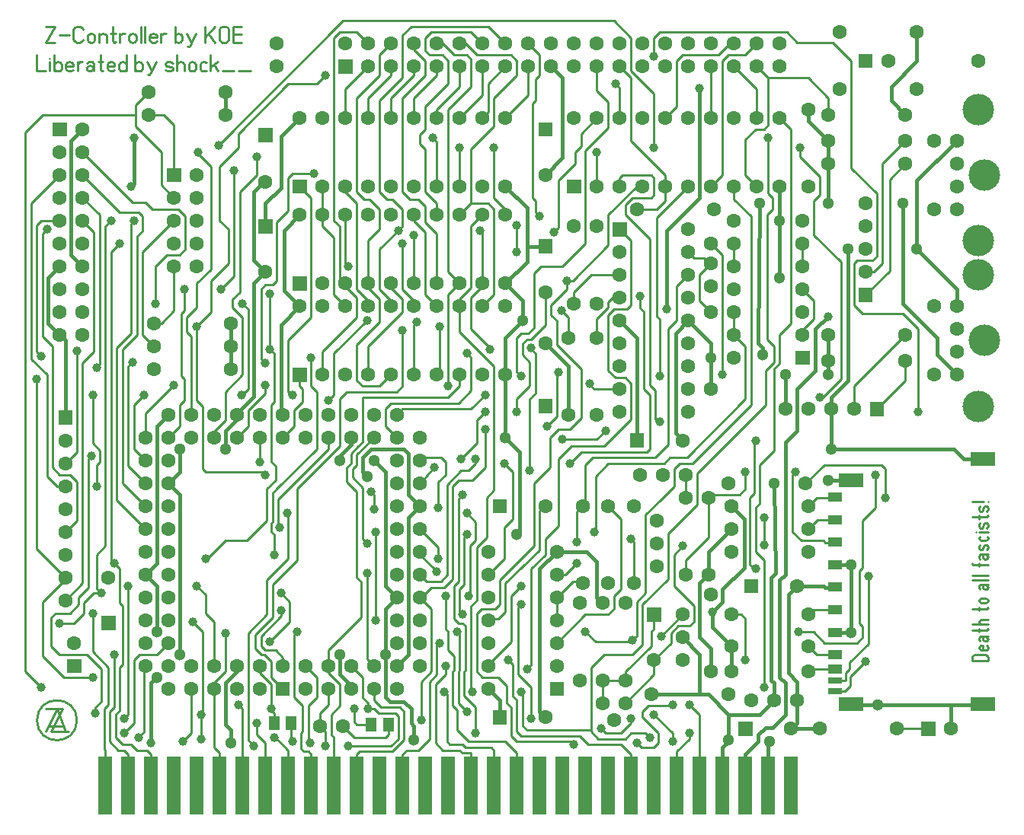
<source format=gtl>
%FSLAX34Y34*%
%MOMM*%
%LNCOPPER_TOP*%
G71*
G01*
%ADD10C, 1.60*%
%ADD11C, 1.30*%
%ADD12C, 0.25*%
%ADD13C, 1.00*%
%ADD14C, 0.22*%
%ADD15C, 0.40*%
%ADD16R, 1.50X6.50*%
%ADD17C, 3.50*%
%ADD18R, 1.50X1.00*%
%ADD19R, 2.80X1.50*%
%ADD20R, 1.50X0.70*%
%ADD21R, 1.30X1.50*%
%LPD*%
X82550Y838200D02*
G54D10*
D03*
X82550Y863600D02*
G54D10*
D03*
X57150Y838200D02*
G54D10*
D03*
X57150Y812800D02*
G54D10*
D03*
X82550Y812800D02*
G54D10*
D03*
X82550Y787400D02*
G54D10*
D03*
X57150Y787400D02*
G54D10*
D03*
X57150Y762000D02*
G54D10*
D03*
X82550Y762000D02*
G54D10*
D03*
X82550Y736600D02*
G54D10*
D03*
X57150Y736600D02*
G54D10*
D03*
X57150Y711200D02*
G54D10*
D03*
X82550Y711200D02*
G54D10*
D03*
X82550Y685800D02*
G54D10*
D03*
X57150Y685800D02*
G54D10*
D03*
X57150Y660400D02*
G54D10*
D03*
X82550Y660400D02*
G54D10*
D03*
X82550Y635000D02*
G54D10*
D03*
X57150Y635000D02*
G54D10*
D03*
X184150Y711200D02*
G54D10*
D03*
X209550Y711200D02*
G54D10*
D03*
X209550Y736600D02*
G54D10*
D03*
X184150Y736600D02*
G54D10*
D03*
X184150Y762000D02*
G54D10*
D03*
X209550Y762000D02*
G54D10*
D03*
X209550Y787400D02*
G54D10*
D03*
X184150Y787400D02*
G54D10*
D03*
X209550Y812800D02*
G54D10*
D03*
X298450Y933450D02*
G54D10*
D03*
X298450Y958850D02*
G54D10*
D03*
X374650Y958850D02*
G54D10*
D03*
X400050Y958850D02*
G54D10*
D03*
X400050Y933450D02*
G54D10*
D03*
X425450Y933450D02*
G54D10*
D03*
X425450Y958850D02*
G54D10*
D03*
X450850Y958850D02*
G54D10*
D03*
X450850Y933450D02*
G54D10*
D03*
X476250Y933450D02*
G54D10*
D03*
X476250Y958850D02*
G54D10*
D03*
X501650Y958850D02*
G54D10*
D03*
X501650Y933450D02*
G54D10*
D03*
X527050Y933450D02*
G54D10*
D03*
X527050Y958850D02*
G54D10*
D03*
X552450Y958850D02*
G54D10*
D03*
X552450Y933450D02*
G54D10*
D03*
X577850Y933450D02*
G54D10*
D03*
X577850Y958850D02*
G54D10*
D03*
X603250Y958850D02*
G54D10*
D03*
X603250Y933450D02*
G54D10*
D03*
X628650Y933450D02*
G54D10*
D03*
X628650Y958850D02*
G54D10*
D03*
X654050Y958850D02*
G54D10*
D03*
X654050Y933450D02*
G54D10*
D03*
X679450Y933450D02*
G54D10*
D03*
X679450Y958850D02*
G54D10*
D03*
X704850Y958850D02*
G54D10*
D03*
X704850Y933450D02*
G54D10*
D03*
X730250Y933450D02*
G54D10*
D03*
X730250Y958850D02*
G54D10*
D03*
X755650Y958850D02*
G54D10*
D03*
X755650Y933450D02*
G54D10*
D03*
X781050Y933450D02*
G54D10*
D03*
X781050Y958850D02*
G54D10*
D03*
X806450Y958850D02*
G54D10*
D03*
X806450Y933450D02*
G54D10*
D03*
X831850Y933450D02*
G54D10*
D03*
X831850Y958850D02*
G54D10*
D03*
X857250Y958850D02*
G54D10*
D03*
X857250Y933450D02*
G54D10*
D03*
X323850Y876300D02*
G54D10*
D03*
X349250Y876300D02*
G54D10*
D03*
X374650Y876300D02*
G54D10*
D03*
X400050Y876300D02*
G54D10*
D03*
X425450Y876300D02*
G54D10*
D03*
X450850Y876300D02*
G54D10*
D03*
X476250Y876300D02*
G54D10*
D03*
X501650Y876300D02*
G54D10*
D03*
X527050Y876300D02*
G54D10*
D03*
X552450Y876300D02*
G54D10*
D03*
X552450Y800100D02*
G54D10*
D03*
X527050Y800100D02*
G54D10*
D03*
X501650Y800100D02*
G54D10*
D03*
X476250Y800100D02*
G54D10*
D03*
X450850Y800100D02*
G54D10*
D03*
X425450Y800100D02*
G54D10*
D03*
X400050Y800100D02*
G54D10*
D03*
X374650Y800100D02*
G54D10*
D03*
X349250Y800100D02*
G54D10*
D03*
G36*
X176150Y820800D02*
X192150Y820800D01*
X192150Y804800D01*
X176150Y804800D01*
X176150Y820800D01*
G37*
G36*
X49150Y871600D02*
X65150Y871600D01*
X65150Y855600D01*
X49150Y855600D01*
X49150Y871600D01*
G37*
G36*
X315850Y808100D02*
X331850Y808100D01*
X331850Y792100D01*
X315850Y792100D01*
X315850Y808100D01*
G37*
G36*
X315850Y700150D02*
X331850Y700150D01*
X331850Y684150D01*
X315850Y684150D01*
X315850Y700150D01*
G37*
G36*
X366650Y941450D02*
X382650Y941450D01*
X382650Y925450D01*
X366650Y925450D01*
X366650Y941450D01*
G37*
G36*
X315850Y598550D02*
X331850Y598550D01*
X331850Y582550D01*
X315850Y582550D01*
X315850Y598550D01*
G37*
G36*
X296800Y249300D02*
X312800Y249300D01*
X312800Y233300D01*
X296800Y233300D01*
X296800Y249300D01*
G37*
G36*
X538100Y217550D02*
X554100Y217550D01*
X554100Y201550D01*
X538100Y201550D01*
X538100Y217550D01*
G37*
G36*
X811150Y204850D02*
X827150Y204850D01*
X827150Y188850D01*
X811150Y188850D01*
X811150Y204850D01*
G37*
G36*
X817500Y363600D02*
X833500Y363600D01*
X833500Y347600D01*
X817500Y347600D01*
X817500Y363600D01*
G37*
G36*
X709550Y331850D02*
X725550Y331850D01*
X725550Y315850D01*
X709550Y315850D01*
X709550Y331850D01*
G37*
G36*
X538100Y452500D02*
X554100Y452500D01*
X554100Y436500D01*
X538100Y436500D01*
X538100Y452500D01*
G37*
G36*
X620650Y808100D02*
X636650Y808100D01*
X636650Y792100D01*
X620650Y792100D01*
X620650Y808100D01*
G37*
G36*
X588900Y871600D02*
X604900Y871600D01*
X604900Y855600D01*
X588900Y855600D01*
X588900Y871600D01*
G37*
G36*
X874650Y617600D02*
X890650Y617600D01*
X890650Y601600D01*
X874650Y601600D01*
X874650Y617600D01*
G37*
G36*
X944500Y687450D02*
X960500Y687450D01*
X960500Y671450D01*
X944500Y671450D01*
X944500Y687450D01*
G37*
G36*
X957200Y560450D02*
X973200Y560450D01*
X973200Y544450D01*
X957200Y544450D01*
X957200Y560450D01*
G37*
G36*
X277750Y763650D02*
X293750Y763650D01*
X293750Y747650D01*
X277750Y747650D01*
X277750Y763650D01*
G37*
G36*
X277750Y865250D02*
X293750Y865250D01*
X293750Y849250D01*
X277750Y849250D01*
X277750Y865250D01*
G37*
G36*
X944500Y947800D02*
X960500Y947800D01*
X960500Y931800D01*
X944500Y931800D01*
X944500Y947800D01*
G37*
X323850Y768350D02*
G54D10*
D03*
X349250Y768350D02*
G54D10*
D03*
X374650Y768350D02*
G54D10*
D03*
X400050Y768350D02*
G54D10*
D03*
X425450Y768350D02*
G54D10*
D03*
X450850Y768350D02*
G54D10*
D03*
X476250Y768350D02*
G54D10*
D03*
X501650Y768350D02*
G54D10*
D03*
X527050Y768350D02*
G54D10*
D03*
X552450Y768350D02*
G54D10*
D03*
X552450Y692150D02*
G54D10*
D03*
X527050Y692150D02*
G54D10*
D03*
X501650Y692150D02*
G54D10*
D03*
X476250Y692150D02*
G54D10*
D03*
X450850Y692150D02*
G54D10*
D03*
X425450Y692150D02*
G54D10*
D03*
X400050Y692150D02*
G54D10*
D03*
X374650Y692150D02*
G54D10*
D03*
X349250Y692150D02*
G54D10*
D03*
X323850Y666750D02*
G54D10*
D03*
X349250Y666750D02*
G54D10*
D03*
X374650Y666750D02*
G54D10*
D03*
X400050Y666750D02*
G54D10*
D03*
X425450Y666750D02*
G54D10*
D03*
X450850Y666750D02*
G54D10*
D03*
X476250Y666750D02*
G54D10*
D03*
X501650Y666750D02*
G54D10*
D03*
X527050Y666750D02*
G54D10*
D03*
X552450Y666750D02*
G54D10*
D03*
X552450Y590550D02*
G54D10*
D03*
X527050Y590550D02*
G54D10*
D03*
X501650Y590550D02*
G54D10*
D03*
X476250Y590550D02*
G54D10*
D03*
X450850Y590550D02*
G54D10*
D03*
X425450Y590550D02*
G54D10*
D03*
X400050Y590550D02*
G54D10*
D03*
X374650Y590550D02*
G54D10*
D03*
X349250Y590550D02*
G54D10*
D03*
X654050Y800100D02*
G54D10*
D03*
X679450Y800100D02*
G54D10*
D03*
X704850Y800100D02*
G54D10*
D03*
X730250Y800100D02*
G54D10*
D03*
X755650Y800100D02*
G54D10*
D03*
X781050Y800100D02*
G54D10*
D03*
X806450Y800100D02*
G54D10*
D03*
X831850Y800100D02*
G54D10*
D03*
X857250Y800100D02*
G54D10*
D03*
X857250Y876300D02*
G54D10*
D03*
X831850Y876300D02*
G54D10*
D03*
X806450Y876300D02*
G54D10*
D03*
X781050Y876300D02*
G54D10*
D03*
X755650Y876300D02*
G54D10*
D03*
X730250Y876300D02*
G54D10*
D03*
X704850Y876300D02*
G54D10*
D03*
X679450Y876300D02*
G54D10*
D03*
X654050Y876300D02*
G54D10*
D03*
X628650Y876300D02*
G54D10*
D03*
X1028700Y850900D02*
G54D10*
D03*
X1054100Y850900D02*
G54D10*
D03*
X1054100Y825500D02*
G54D10*
D03*
X1054100Y800100D02*
G54D10*
D03*
X1054100Y774700D02*
G54D10*
D03*
X1028700Y774700D02*
G54D10*
D03*
X1028700Y590550D02*
G54D10*
D03*
X1054100Y590550D02*
G54D10*
D03*
X1054100Y615950D02*
G54D10*
D03*
X1054100Y641350D02*
G54D10*
D03*
X1054100Y666750D02*
G54D10*
D03*
X1028700Y666750D02*
G54D10*
D03*
X939800Y552450D02*
G54D10*
D03*
X914400Y552450D02*
G54D10*
D03*
X889000Y552450D02*
G54D10*
D03*
X863600Y552450D02*
G54D10*
D03*
X952500Y704850D02*
G54D10*
D03*
X952500Y730250D02*
G54D10*
D03*
X952500Y755650D02*
G54D10*
D03*
X952500Y781050D02*
G54D10*
D03*
X882650Y635000D02*
G54D10*
D03*
X882650Y660400D02*
G54D10*
D03*
X882650Y685800D02*
G54D10*
D03*
X882650Y711200D02*
G54D10*
D03*
X882650Y736600D02*
G54D10*
D03*
X882650Y762000D02*
G54D10*
D03*
X806450Y609600D02*
G54D10*
D03*
X806450Y635000D02*
G54D10*
D03*
X806450Y660400D02*
G54D10*
D03*
X806450Y685800D02*
G54D10*
D03*
X806450Y711200D02*
G54D10*
D03*
X806450Y736600D02*
G54D10*
D03*
X806450Y762000D02*
G54D10*
D03*
X241300Y879475D02*
G54D10*
D03*
X241300Y904875D02*
G54D10*
D03*
X155575Y904875D02*
G54D10*
D03*
X155575Y879475D02*
G54D10*
D03*
X247650Y647700D02*
G54D10*
D03*
X247650Y622300D02*
G54D10*
D03*
X247650Y596900D02*
G54D10*
D03*
X161925Y596900D02*
G54D10*
D03*
X161925Y622300D02*
G54D10*
D03*
X161925Y647700D02*
G54D10*
D03*
X285750Y704850D02*
G54D10*
D03*
X285750Y804862D02*
G54D10*
D03*
X152400Y317500D02*
G54D10*
D03*
X177800Y317500D02*
G54D10*
D03*
X165100Y304800D02*
G54D11*
D03*
X177800Y292100D02*
G54D10*
D03*
X152400Y292100D02*
G54D10*
D03*
X152400Y266700D02*
G54D10*
D03*
X177800Y266700D02*
G54D10*
D03*
X190500Y279400D02*
G54D11*
D03*
X203200Y266700D02*
G54D10*
D03*
X203200Y241300D02*
G54D10*
D03*
X177800Y241300D02*
G54D10*
D03*
X165100Y254000D02*
G54D11*
D03*
X228600Y241300D02*
G54D10*
D03*
X228600Y266700D02*
G54D10*
D03*
X254000Y241300D02*
G54D10*
D03*
X254000Y266700D02*
G54D10*
D03*
X279400Y266700D02*
G54D10*
D03*
X279400Y241300D02*
G54D10*
D03*
X304800Y266700D02*
G54D10*
D03*
X330200Y266700D02*
G54D10*
D03*
X330200Y241300D02*
G54D10*
D03*
X355600Y241300D02*
G54D10*
D03*
X355600Y266700D02*
G54D10*
D03*
X368300Y279400D02*
G54D11*
D03*
X381000Y266700D02*
G54D10*
D03*
X381000Y241300D02*
G54D10*
D03*
X406400Y241300D02*
G54D10*
D03*
X406400Y266700D02*
G54D10*
D03*
X431800Y266700D02*
G54D10*
D03*
X431800Y241300D02*
G54D10*
D03*
X457200Y266700D02*
G54D10*
D03*
X457200Y292100D02*
G54D10*
D03*
X431800Y292100D02*
G54D10*
D03*
X419100Y279400D02*
G54D11*
D03*
X457200Y317500D02*
G54D10*
D03*
X431800Y317500D02*
G54D10*
D03*
X431800Y342900D02*
G54D10*
D03*
X457200Y342900D02*
G54D10*
D03*
X457200Y368300D02*
G54D10*
D03*
X431800Y368300D02*
G54D10*
D03*
X431800Y393700D02*
G54D10*
D03*
X457200Y393700D02*
G54D10*
D03*
X457200Y419100D02*
G54D10*
D03*
X431800Y419100D02*
G54D10*
D03*
X457200Y444500D02*
G54D10*
D03*
X431800Y444500D02*
G54D10*
D03*
X431800Y469900D02*
G54D10*
D03*
X457200Y469900D02*
G54D10*
D03*
X431800Y495300D02*
G54D10*
D03*
X406400Y495300D02*
G54D11*
D03*
X457200Y495300D02*
G54D10*
D03*
X457200Y520700D02*
G54D10*
D03*
X398462Y477838D02*
G54D11*
D03*
X431800Y520700D02*
G54D10*
D03*
X431800Y546100D02*
G54D10*
D03*
X406400Y546100D02*
G54D10*
D03*
X406400Y520700D02*
G54D10*
D03*
X381000Y520700D02*
G54D10*
D03*
X381000Y546100D02*
G54D10*
D03*
X355600Y546100D02*
G54D10*
D03*
X355600Y520700D02*
G54D10*
D03*
X330200Y520700D02*
G54D10*
D03*
X330200Y546100D02*
G54D10*
D03*
X304800Y546100D02*
G54D10*
D03*
X304800Y520700D02*
G54D10*
D03*
X596900Y209550D02*
G54D10*
D03*
X533400Y241300D02*
G54D10*
D03*
X533400Y266700D02*
G54D10*
D03*
X533400Y292100D02*
G54D10*
D03*
X533400Y317500D02*
G54D10*
D03*
X533400Y342900D02*
G54D10*
D03*
X533400Y368300D02*
G54D10*
D03*
X533400Y393700D02*
G54D10*
D03*
X609600Y393700D02*
G54D10*
D03*
X609600Y368300D02*
G54D10*
D03*
X609600Y342900D02*
G54D10*
D03*
X609600Y317500D02*
G54D10*
D03*
X609600Y292100D02*
G54D10*
D03*
X609600Y266700D02*
G54D10*
D03*
G36*
X601600Y249300D02*
X617600Y249300D01*
X617600Y233300D01*
X601600Y233300D01*
X601600Y249300D01*
G37*
X177800Y342900D02*
G54D10*
D03*
X152400Y342900D02*
G54D10*
D03*
X152400Y368300D02*
G54D10*
D03*
X177800Y368300D02*
G54D10*
D03*
X177800Y393700D02*
G54D10*
D03*
X152400Y393700D02*
G54D10*
D03*
X152400Y419100D02*
G54D10*
D03*
X177800Y419100D02*
G54D10*
D03*
X177800Y444500D02*
G54D10*
D03*
X152400Y444500D02*
G54D10*
D03*
X152400Y469900D02*
G54D10*
D03*
X177800Y469900D02*
G54D10*
D03*
X177800Y495300D02*
G54D10*
D03*
X190500Y508000D02*
G54D11*
D03*
X203200Y520700D02*
G54D10*
D03*
X228600Y520700D02*
G54D10*
D03*
X254000Y520700D02*
G54D10*
D03*
X241300Y508000D02*
G54D11*
D03*
X279400Y520700D02*
G54D10*
D03*
X177800Y520700D02*
G54D10*
D03*
X152400Y520700D02*
G54D10*
D03*
X152400Y495300D02*
G54D10*
D03*
X177800Y546100D02*
G54D10*
D03*
X203200Y546100D02*
G54D10*
D03*
X228600Y546100D02*
G54D10*
D03*
X254000Y546100D02*
G54D10*
D03*
X279400Y546100D02*
G54D10*
D03*
X654050Y546100D02*
G54D10*
D03*
X622300Y546100D02*
G54D10*
D03*
X654050Y631825D02*
G54D10*
D03*
X622300Y631825D02*
G54D10*
D03*
X596900Y625475D02*
G54D10*
D03*
G36*
X588900Y563625D02*
X604900Y563625D01*
X604900Y547625D01*
X588900Y547625D01*
X588900Y563625D01*
G37*
X596900Y812800D02*
G54D10*
D03*
X876300Y355600D02*
G54D10*
D03*
X1047750Y196850D02*
G54D10*
D03*
G36*
X1014350Y204850D02*
X1030350Y204850D01*
X1030350Y188850D01*
X1014350Y188850D01*
X1014350Y204850D01*
G37*
X901700Y196850D02*
G54D10*
D03*
X850900Y228600D02*
G54D10*
D03*
X825500Y228600D02*
G54D10*
D03*
X876300Y228600D02*
G54D10*
D03*
X889000Y260350D02*
G54D10*
D03*
X889000Y323850D02*
G54D10*
D03*
X889000Y288925D02*
G54D10*
D03*
X803275Y288925D02*
G54D10*
D03*
X803275Y260350D02*
G54D10*
D03*
X803275Y323850D02*
G54D10*
D03*
X781050Y260350D02*
G54D10*
D03*
X781050Y346075D02*
G54D10*
D03*
X749300Y273050D02*
G54D10*
D03*
X749300Y298450D02*
G54D10*
D03*
X749300Y323850D02*
G54D10*
D03*
X717550Y273050D02*
G54D10*
D03*
X673100Y206375D02*
G54D10*
D03*
X685800Y225425D02*
G54D10*
D03*
X660400Y225425D02*
G54D10*
D03*
X685800Y250825D02*
G54D10*
D03*
X660400Y250825D02*
G54D10*
D03*
X635000Y250825D02*
G54D10*
D03*
X685800Y336550D02*
G54D10*
D03*
X660400Y336550D02*
G54D10*
D03*
X635000Y336550D02*
G54D10*
D03*
X638175Y358775D02*
G54D10*
D03*
X666750Y358775D02*
G54D10*
D03*
X695325Y358775D02*
G54D10*
D03*
X777875Y368300D02*
G54D10*
D03*
X752475Y368300D02*
G54D10*
D03*
X803275Y393700D02*
G54D10*
D03*
X889000Y393700D02*
G54D10*
D03*
X889000Y419100D02*
G54D10*
D03*
X803275Y419100D02*
G54D10*
D03*
X803275Y444500D02*
G54D10*
D03*
X889000Y444500D02*
G54D10*
D03*
X885825Y469900D02*
G54D10*
D03*
X800100Y469900D02*
G54D10*
D03*
X777875Y454025D02*
G54D10*
D03*
X752475Y454025D02*
G54D10*
D03*
X752475Y479425D02*
G54D10*
D03*
X727075Y479425D02*
G54D10*
D03*
X701675Y479425D02*
G54D10*
D03*
X695325Y444500D02*
G54D10*
D03*
X666750Y444500D02*
G54D10*
D03*
X638175Y444500D02*
G54D10*
D03*
X720725Y428625D02*
G54D10*
D03*
X720725Y403225D02*
G54D10*
D03*
X720725Y377825D02*
G54D10*
D03*
X596900Y444500D02*
G54D10*
D03*
X987425Y196850D02*
G54D10*
D03*
X869950Y196850D02*
G54D10*
D03*
X800100Y234950D02*
G54D10*
D03*
X714375Y234950D02*
G54D10*
D03*
X996950Y606425D02*
G54D10*
D03*
X996950Y635000D02*
G54D10*
D03*
X911225Y635000D02*
G54D10*
D03*
X911225Y606425D02*
G54D10*
D03*
X911220Y590550D02*
G54D11*
D03*
X863600Y590550D02*
G54D11*
D03*
X781050Y574675D02*
G54D10*
D03*
X781050Y660400D02*
G54D10*
D03*
X749300Y517525D02*
G54D10*
D03*
G36*
X690500Y525525D02*
X706500Y525525D01*
X706500Y509525D01*
X690500Y509525D01*
X690500Y525525D01*
G37*
G36*
X671450Y760475D02*
X687450Y760475D01*
X687450Y744475D01*
X671450Y744475D01*
X671450Y760475D01*
G37*
X679450Y727075D02*
G54D10*
D03*
X679450Y701675D02*
G54D10*
D03*
X679450Y676275D02*
G54D10*
D03*
X679450Y650875D02*
G54D10*
D03*
X679450Y625475D02*
G54D10*
D03*
X679450Y600075D02*
G54D10*
D03*
X679450Y574675D02*
G54D10*
D03*
X679450Y549275D02*
G54D10*
D03*
X755650Y549275D02*
G54D10*
D03*
X755650Y574675D02*
G54D10*
D03*
X755650Y600075D02*
G54D10*
D03*
X755650Y625475D02*
G54D10*
D03*
X755650Y650875D02*
G54D10*
D03*
X755650Y676275D02*
G54D10*
D03*
X755650Y701675D02*
G54D10*
D03*
X755650Y727075D02*
G54D10*
D03*
X755650Y752475D02*
G54D10*
D03*
X781050Y736600D02*
G54D10*
D03*
X781050Y714375D02*
G54D10*
D03*
X781050Y688975D02*
G54D10*
D03*
X654050Y669925D02*
G54D10*
D03*
X628650Y669925D02*
G54D10*
D03*
X628650Y755650D02*
G54D10*
D03*
X654050Y755650D02*
G54D10*
D03*
X698500Y774700D02*
G54D10*
D03*
X784225Y774700D02*
G54D10*
D03*
X838200Y612780D02*
G54D11*
D03*
X781050Y609600D02*
G54D11*
D03*
X857250Y698500D02*
G54D11*
D03*
X857250Y762000D02*
G54D11*
D03*
X835030Y781050D02*
G54D11*
D03*
X1009650Y730250D02*
G54D11*
D03*
X933450Y730250D02*
G54D11*
D03*
X993780Y781050D02*
G54D11*
D03*
X911220Y781050D02*
G54D11*
D03*
X911225Y825500D02*
G54D10*
D03*
X911225Y850900D02*
G54D10*
D03*
X889000Y885825D02*
G54D10*
D03*
X889000Y800100D02*
G54D10*
D03*
X996950Y825500D02*
G54D10*
D03*
X996950Y850900D02*
G54D10*
D03*
X996950Y879475D02*
G54D10*
D03*
X911225Y879475D02*
G54D10*
D03*
X923925Y908050D02*
G54D10*
D03*
X1009650Y908050D02*
G54D10*
D03*
X977900Y939800D02*
G54D10*
D03*
X923925Y971550D02*
G54D10*
D03*
X1009650Y971550D02*
G54D10*
D03*
X596900Y682625D02*
G54D10*
D03*
G36*
X588900Y741425D02*
X604900Y741425D01*
X604900Y725425D01*
X588900Y725425D01*
X588900Y741425D01*
G37*
G36*
X65025Y274700D02*
X81025Y274700D01*
X81025Y258700D01*
X65025Y258700D01*
X65025Y274700D01*
G37*
G36*
X103125Y322325D02*
X119125Y322325D01*
X119125Y306325D01*
X103125Y306325D01*
X103125Y322325D01*
G37*
X111125Y365125D02*
G54D10*
D03*
X73025Y292100D02*
G54D10*
D03*
X63500Y339725D02*
G54D10*
D03*
X63500Y365125D02*
G54D10*
D03*
X63500Y390525D02*
G54D10*
D03*
X63500Y415925D02*
G54D10*
D03*
X63500Y441325D02*
G54D10*
D03*
X63500Y466725D02*
G54D10*
D03*
X63500Y492125D02*
G54D10*
D03*
X63500Y517525D02*
G54D10*
D03*
G36*
X55500Y550925D02*
X71500Y550925D01*
X71500Y534925D01*
X55500Y534925D01*
X55500Y550925D01*
G37*
X565150Y412750D02*
G54D11*
D03*
X552450Y520700D02*
G54D11*
D03*
X571500Y650880D02*
G54D11*
D03*
X914400Y508000D02*
G54D11*
D03*
X936622Y304011D02*
G54D11*
D03*
X936622Y379412D02*
G54D11*
D03*
G54D12*
X41275Y219075D02*
X60400Y219000D01*
X47625Y193675D01*
X66675Y193675D01*
G54D12*
X41275Y193675D02*
X53975Y219075D01*
X63500Y193675D01*
G54D12*
X44450Y200025D02*
X60325Y200025D01*
G54D12*
G75*
G01X76200Y206375D02*
G03X76200Y206375I-22225J0D01*
G01*
G54D12*
X47625Y193675D02*
X66675Y193675D01*
X123825Y736600D02*
G54D13*
D03*
X114300Y762000D02*
G54D13*
D03*
X139700Y762000D02*
G54D13*
D03*
X136525Y800100D02*
G54D13*
D03*
X42862Y752475D02*
G54D13*
D03*
X139700Y854075D02*
G54D13*
D03*
X211138Y838200D02*
G54D13*
D03*
X233362Y846138D02*
G54D13*
D03*
X195262Y685800D02*
G54D13*
D03*
X163512Y669925D02*
G54D13*
D03*
X138112Y604838D02*
G54D13*
D03*
X98425Y598488D02*
G54D13*
D03*
X76200Y617538D02*
G54D13*
D03*
X36512Y611188D02*
G54D13*
D03*
X31750Y585788D02*
G54D13*
D03*
X93662Y568325D02*
G54D13*
D03*
X92075Y500062D02*
G54D13*
D03*
X98425Y466725D02*
G54D13*
D03*
X103188Y347662D02*
G54D13*
D03*
X117475Y381000D02*
G54D13*
D03*
X133350Y355600D02*
G54D13*
D03*
X209550Y355600D02*
G54D13*
D03*
X219075Y385762D02*
G54D13*
D03*
X320675Y304800D02*
G54D13*
D03*
X303212Y328612D02*
G54D13*
D03*
X303212Y347662D02*
G54D13*
D03*
X295275Y390525D02*
G54D13*
D03*
X301625Y420688D02*
G54D13*
D03*
X309562Y436562D02*
G54D13*
D03*
X57150Y314325D02*
G54D13*
D03*
X36512Y242888D02*
G54D13*
D03*
X93662Y254000D02*
G54D13*
D03*
X117475Y279400D02*
G54D13*
D03*
X93662Y325438D02*
G54D13*
D03*
X96838Y214312D02*
G54D13*
D03*
X128588Y207962D02*
G54D13*
D03*
X128588Y192088D02*
G54D13*
D03*
X144462Y187325D02*
G54D13*
D03*
X158750Y180975D02*
G54D13*
D03*
X214312Y185738D02*
G54D13*
D03*
X214312Y212725D02*
G54D13*
D03*
X193675Y182562D02*
G54D13*
D03*
X247650Y180970D02*
G54D11*
D03*
X255588Y223838D02*
G54D13*
D03*
X273050Y177800D02*
G54D13*
D03*
X276225Y203200D02*
G54D13*
D03*
X295275Y187325D02*
G54D13*
D03*
X315912Y182562D02*
G54D13*
D03*
X334962Y180975D02*
G54D13*
D03*
X352425Y177800D02*
G54D13*
D03*
X377825Y177800D02*
G54D13*
D03*
X450850Y184145D02*
G54D11*
D03*
X458788Y206375D02*
G54D13*
D03*
X400050Y219075D02*
G54D13*
D03*
X484188Y238125D02*
G54D13*
D03*
X485775Y266700D02*
G54D13*
D03*
X479425Y292100D02*
G54D13*
D03*
X509588Y215900D02*
G54D13*
D03*
X519112Y192088D02*
G54D13*
D03*
X515938Y238125D02*
G54D13*
D03*
X498475Y304800D02*
G54D13*
D03*
X581025Y207962D02*
G54D13*
D03*
X569912Y238125D02*
G54D13*
D03*
X576262Y263525D02*
G54D13*
D03*
X555625Y273050D02*
G54D13*
D03*
X628650Y179388D02*
G54D13*
D03*
X658812Y196850D02*
G54D13*
D03*
X698500Y180975D02*
G54D13*
D03*
X712788Y187325D02*
G54D13*
D03*
X693738Y295275D02*
G54D13*
D03*
X641350Y304800D02*
G54D13*
D03*
X725488Y300038D02*
G54D13*
D03*
X692150Y207962D02*
G54D13*
D03*
X738188Y182562D02*
G54D13*
D03*
X717550Y212725D02*
G54D13*
D03*
X738188Y223838D02*
G54D13*
D03*
X757238Y223838D02*
G54D13*
D03*
X757238Y192088D02*
G54D13*
D03*
X952500Y271462D02*
G54D13*
D03*
X839788Y242888D02*
G54D13*
D03*
X877888Y304800D02*
G54D13*
D03*
X819150Y273050D02*
G54D13*
D03*
X782638Y327025D02*
G54D13*
D03*
X631825Y381000D02*
G54D13*
D03*
X569912Y355600D02*
G54D13*
D03*
X477838Y385762D02*
G54D13*
D03*
X476250Y371475D02*
G54D13*
D03*
X485775Y344488D02*
G54D13*
D03*
X504825Y323850D02*
G54D13*
D03*
X511175Y344488D02*
G54D13*
D03*
X407988Y317500D02*
G54D13*
D03*
X398462Y369888D02*
G54D13*
D03*
X290512Y293688D02*
G54D13*
D03*
X241300Y303212D02*
G54D13*
D03*
X204788Y315912D02*
G54D13*
D03*
X569912Y334962D02*
G54D13*
D03*
X963612Y479425D02*
G54D13*
D03*
X830262Y374650D02*
G54D13*
D03*
X839788Y401638D02*
G54D13*
D03*
X839788Y431800D02*
G54D13*
D03*
X819150Y482600D02*
G54D13*
D03*
X874712Y482600D02*
G54D13*
D03*
X830262Y517525D02*
G54D13*
D03*
X650875Y415925D02*
G54D13*
D03*
X749300Y400050D02*
G54D13*
D03*
X692150Y407988D02*
G54D13*
D03*
X631825Y404812D02*
G54D13*
D03*
X509588Y412750D02*
G54D13*
D03*
X509588Y436562D02*
G54D13*
D03*
X504825Y457200D02*
G54D13*
D03*
X477838Y442912D02*
G54D13*
D03*
X473075Y487362D02*
G54D13*
D03*
X406400Y441325D02*
G54D13*
D03*
X403225Y460375D02*
G54D13*
D03*
X407988Y415925D02*
G54D13*
D03*
X398462Y403225D02*
G54D13*
D03*
X285750Y479425D02*
G54D13*
D03*
X279400Y493712D02*
G54D13*
D03*
X150812Y568325D02*
G54D13*
D03*
X184150Y579438D02*
G54D13*
D03*
X258762Y568325D02*
G54D13*
D03*
X285750Y579438D02*
G54D13*
D03*
X285750Y603250D02*
G54D13*
D03*
X290512Y619125D02*
G54D13*
D03*
X315912Y568325D02*
G54D13*
D03*
X355600Y561975D02*
G54D13*
D03*
X336550Y609600D02*
G54D13*
D03*
X398462Y650875D02*
G54D13*
D03*
X438150Y639762D02*
G54D13*
D03*
X488950Y577850D02*
G54D13*
D03*
X479425Y644525D02*
G54D13*
D03*
X454025Y649288D02*
G54D13*
D03*
X509588Y614362D02*
G54D13*
D03*
X534988Y619125D02*
G54D13*
D03*
X530225Y568325D02*
G54D13*
D03*
X530225Y530225D02*
G54D13*
D03*
X519112Y496888D02*
G54D13*
D03*
X503238Y496888D02*
G54D13*
D03*
X530225Y549275D02*
G54D13*
D03*
X209550Y644525D02*
G54D13*
D03*
X236538Y685800D02*
G54D13*
D03*
X260350Y669925D02*
G54D13*
D03*
X290512Y681038D02*
G54D13*
D03*
X377830Y711200D02*
G54D13*
D03*
X438150Y736600D02*
G54D13*
D03*
X450850Y746125D02*
G54D13*
D03*
X433388Y750888D02*
G54D13*
D03*
X523875Y750888D02*
G54D13*
D03*
X550862Y492125D02*
G54D13*
D03*
X579438Y484188D02*
G54D13*
D03*
X623888Y492125D02*
G54D13*
D03*
X598488Y533400D02*
G54D13*
D03*
X565150Y549275D02*
G54D13*
D03*
X569912Y588962D02*
G54D13*
D03*
X581025Y620712D02*
G54D13*
D03*
X646112Y581025D02*
G54D13*
D03*
X723900Y588962D02*
G54D13*
D03*
X793750Y590550D02*
G54D13*
D03*
X731838Y663575D02*
G54D13*
D03*
X701675Y677862D02*
G54D13*
D03*
X614362Y661988D02*
G54D13*
D03*
X620712Y695325D02*
G54D13*
D03*
X565150Y727075D02*
G54D13*
D03*
X565150Y757238D02*
G54D13*
D03*
X590550Y766762D02*
G54D13*
D03*
X606425Y749300D02*
G54D13*
D03*
X611188Y593725D02*
G54D13*
D03*
X1011238Y549275D02*
G54D13*
D03*
X901700Y565150D02*
G54D13*
D03*
X911225Y655638D02*
G54D13*
D03*
X250825Y817562D02*
G54D13*
D03*
X276225Y833438D02*
G54D13*
D03*
X339725Y814388D02*
G54D13*
D03*
X471488Y854075D02*
G54D13*
D03*
X501650Y842962D02*
G54D13*
D03*
X539750Y842962D02*
G54D13*
D03*
X654050Y838200D02*
G54D13*
D03*
X717550Y842962D02*
G54D13*
D03*
X844550Y854075D02*
G54D13*
D03*
X768350Y909638D02*
G54D13*
D03*
X674688Y914400D02*
G54D13*
D03*
X717550Y944562D02*
G54D13*
D03*
X352425Y923925D02*
G54D13*
D03*
X879475Y842962D02*
G54D13*
D03*
X850900Y469900D02*
G54D11*
D03*
X846138Y182560D02*
G54D11*
D03*
X800100Y184150D02*
G54D11*
D03*
G54D12*
X374650Y876300D02*
X374650Y908050D01*
X400050Y933450D01*
G54D12*
X400050Y876300D02*
X400050Y898525D01*
X425450Y923925D01*
X425450Y933450D01*
G54D12*
X425450Y876300D02*
X425450Y898525D01*
X450850Y923925D01*
X450850Y933450D01*
G54D12*
X450850Y876300D02*
X450850Y898525D01*
X476250Y923925D01*
X476250Y933450D01*
G54D12*
X476250Y876300D02*
X476250Y885825D01*
X501650Y911225D01*
X501650Y933450D01*
G54D12*
X501650Y876300D02*
X527050Y901700D01*
X527050Y933450D01*
G54D12*
X527050Y876300D02*
X533400Y882650D01*
X533400Y914400D01*
X552450Y933450D01*
G54D12*
X501650Y768350D02*
X514350Y781050D01*
X533400Y781050D01*
X539750Y774700D01*
G54D12*
X514350Y781050D02*
X514350Y841375D01*
X539750Y866775D01*
X539750Y898525D01*
X565150Y923925D01*
X565150Y939800D01*
X558800Y946150D01*
X520700Y946150D01*
X508000Y958850D01*
X501650Y958850D01*
G54D12*
X501650Y800100D02*
X501650Y842962D01*
G54D12*
X552450Y768350D02*
X552450Y774700D01*
X539750Y787400D01*
X539750Y842962D01*
G54D12*
X476250Y800100D02*
X476250Y849312D01*
X471488Y854075D01*
G54D12*
X476250Y768350D02*
X476250Y781050D01*
X463550Y793750D01*
X463550Y841375D01*
X457200Y847725D01*
X457200Y857250D01*
X463550Y863600D01*
X463550Y889000D01*
X488950Y914400D01*
X488950Y939800D01*
X482600Y946150D01*
X468312Y946150D01*
X463550Y950912D01*
X463550Y965200D01*
X469900Y971550D01*
X514350Y971550D01*
X527050Y958850D01*
G54D12*
X476250Y958850D02*
X482600Y958850D01*
X495300Y946150D01*
X509588Y946150D01*
X514350Y941388D01*
X514350Y911225D01*
X488950Y885825D01*
X488950Y704850D01*
X501650Y692150D01*
X488950Y679450D01*
X488950Y577850D01*
G54D12*
X349250Y768350D02*
X349250Y800100D01*
G54D12*
X315912Y568325D02*
X314325Y568325D01*
X311150Y571500D01*
X311150Y628650D01*
X336550Y654050D01*
X336550Y787400D01*
X323850Y800100D01*
G54D12*
X374650Y666750D02*
X361950Y679450D01*
X361950Y742950D01*
X349250Y755650D01*
X349250Y768350D01*
G54D12*
X374650Y692150D02*
X368300Y698500D01*
X368300Y755650D01*
X361950Y762000D01*
X361950Y965200D01*
X368300Y971550D01*
X387350Y971550D01*
X400050Y958850D01*
G54D12*
X412750Y752475D02*
X412750Y774700D01*
X401638Y785812D01*
X395288Y785812D01*
X387350Y793750D01*
X387350Y898525D01*
X412750Y923925D01*
X412750Y946150D01*
X425450Y958850D01*
G54D12*
X433388Y750888D02*
X438150Y755650D01*
X438150Y774700D01*
X427038Y785812D01*
X420688Y785812D01*
X412750Y793750D01*
X412750Y895350D01*
X438150Y920750D01*
X438150Y968375D01*
X447675Y977900D01*
X533400Y977900D01*
X552450Y958850D01*
G54D12*
X438150Y806450D02*
X438150Y898525D01*
X463550Y923925D01*
G54D12*
X463550Y923925D02*
X463550Y939800D01*
X450850Y952500D01*
X450850Y958850D01*
G54D12*
X552450Y876300D02*
X577850Y901700D01*
X577850Y933450D01*
G54D12*
X590550Y766762D02*
X585788Y771525D01*
X585788Y784225D01*
X582612Y787400D01*
X582612Y892175D01*
X585788Y895350D01*
X585788Y919162D01*
X590550Y923925D01*
X590550Y946150D01*
X577850Y958850D01*
G54D12*
X476250Y666750D02*
X463550Y679450D01*
X463550Y749300D01*
X450850Y762000D01*
X450850Y768350D01*
G54D12*
X476250Y692150D02*
X476250Y747712D01*
X463550Y760412D01*
X463550Y777875D01*
X455612Y785812D01*
X446088Y785812D01*
X438150Y793750D01*
X438150Y806450D01*
G54D12*
X400050Y666750D02*
X400050Y673100D01*
X387350Y685800D01*
X387350Y781050D01*
X374650Y793750D01*
X374650Y800100D01*
G54D12*
X374650Y768350D02*
X374650Y714375D01*
X377825Y711200D01*
G54D12*
X349250Y590550D02*
X349250Y615950D01*
X387350Y654050D01*
X387350Y676275D01*
X374650Y688975D01*
X374650Y692150D01*
G54D12*
X425450Y590550D02*
X412750Y577850D01*
X393700Y577850D01*
X387350Y584200D01*
X387350Y623888D01*
X412750Y649288D01*
X412750Y674688D01*
X400050Y687388D01*
X400050Y692150D01*
G54D12*
X400050Y590550D02*
X400050Y622300D01*
X438150Y660400D01*
X438150Y674688D01*
X425450Y687388D01*
X425450Y692150D01*
G54D12*
X450850Y666750D02*
X450850Y673100D01*
X438150Y685800D01*
X438150Y736600D01*
G54D12*
X450850Y692150D02*
X450850Y746125D01*
G54D12*
X425450Y666750D02*
X425450Y673100D01*
X412750Y685800D01*
X412750Y730250D01*
X433388Y750888D01*
G54D12*
X400050Y692150D02*
X400050Y739775D01*
X412750Y752475D01*
G54D14*
X41275Y978215D02*
X51942Y978215D01*
X41275Y960438D01*
X51942Y960438D01*
G54D14*
X56831Y968215D02*
X67498Y968215D01*
G54D14*
X83054Y963771D02*
X81720Y961549D01*
X79054Y960438D01*
X76387Y960438D01*
X73720Y961549D01*
X72387Y963771D01*
X72387Y974882D01*
X73720Y977104D01*
X76387Y978215D01*
X79054Y978215D01*
X81720Y977104D01*
X83054Y974882D01*
G54D14*
X95943Y963104D02*
X95943Y967549D01*
X94610Y969771D01*
X91943Y970438D01*
X89276Y969771D01*
X87943Y967549D01*
X87943Y963104D01*
X89276Y960882D01*
X91943Y960438D01*
X94610Y960882D01*
X95943Y963104D01*
G54D14*
X100832Y960438D02*
X100832Y970438D01*
G54D14*
X100832Y968215D02*
X102165Y969771D01*
X104832Y970438D01*
X107499Y969771D01*
X108832Y968215D01*
X108832Y960438D01*
G54D14*
X116388Y978215D02*
X116388Y961549D01*
X117721Y960438D01*
X119054Y960882D01*
G54D14*
X113721Y970438D02*
X119054Y970438D01*
G54D14*
X123943Y960438D02*
X123943Y970438D01*
G54D14*
X123943Y968215D02*
X126610Y970438D01*
X129276Y970438D01*
G54D14*
X142165Y963104D02*
X142165Y967549D01*
X140832Y969771D01*
X138165Y970438D01*
X135498Y969771D01*
X134165Y967549D01*
X134165Y963104D01*
X135498Y960882D01*
X138165Y960438D01*
X140832Y960882D01*
X142165Y963104D01*
G54D14*
X147054Y960438D02*
X147054Y978215D01*
G54D14*
X151943Y960438D02*
X151943Y978215D01*
G54D14*
X164832Y961549D02*
X162699Y960438D01*
X160032Y960438D01*
X157365Y961549D01*
X156832Y963771D01*
X156832Y967549D01*
X158165Y969771D01*
X160832Y970438D01*
X163499Y969771D01*
X164832Y968215D01*
X164832Y965993D01*
X156832Y965993D01*
G54D14*
X169721Y960438D02*
X169721Y970438D01*
G54D14*
X169721Y968215D02*
X172388Y970438D01*
X175054Y970438D01*
G54D14*
X185099Y960438D02*
X185099Y978215D01*
G54D14*
X185099Y967549D02*
X186432Y969771D01*
X189099Y970438D01*
X191766Y969771D01*
X193099Y967549D01*
X193099Y963104D01*
X191766Y960882D01*
X189099Y960438D01*
X186432Y960882D01*
X185099Y963104D01*
G54D14*
X197988Y970438D02*
X203321Y960438D01*
X208655Y970438D01*
G54D14*
X203321Y960438D02*
X201988Y957104D01*
X200655Y955993D01*
X199321Y955993D01*
G54D14*
X218700Y960438D02*
X218700Y978215D01*
G54D14*
X218700Y965993D02*
X229367Y978215D01*
G54D14*
X222700Y969326D02*
X229367Y960438D01*
G54D14*
X244923Y974882D02*
X244923Y963771D01*
X243589Y961549D01*
X240923Y960438D01*
X238256Y960438D01*
X235589Y961549D01*
X234256Y963771D01*
X234256Y974882D01*
X235589Y977104D01*
X238256Y978215D01*
X240923Y978215D01*
X243589Y977104D01*
X244923Y974882D01*
G54D14*
X259145Y960438D02*
X249812Y960438D01*
X249812Y978215D01*
X259145Y978215D01*
G54D14*
X249812Y969326D02*
X259145Y969326D01*
G54D14*
X31750Y946465D02*
X31750Y928688D01*
X41083Y928688D01*
G54D14*
X45972Y928688D02*
X45972Y938688D01*
G54D14*
X45972Y942021D02*
X45972Y942021D01*
G54D14*
X50861Y928688D02*
X50861Y946465D01*
G54D14*
X50861Y935799D02*
X52194Y938021D01*
X54861Y938688D01*
X57528Y938021D01*
X58861Y935799D01*
X58861Y931354D01*
X57528Y929132D01*
X54861Y928688D01*
X52194Y929132D01*
X50861Y931354D01*
G54D14*
X71750Y929799D02*
X69617Y928688D01*
X66950Y928688D01*
X64283Y929799D01*
X63750Y932021D01*
X63750Y935799D01*
X65083Y938021D01*
X67750Y938688D01*
X70417Y938021D01*
X71750Y936465D01*
X71750Y934243D01*
X63750Y934243D01*
G54D14*
X76639Y928688D02*
X76639Y938688D01*
G54D14*
X76639Y936465D02*
X79306Y938688D01*
X81972Y938688D01*
G54D14*
X86861Y937576D02*
X89528Y938688D01*
X92728Y938688D01*
X94861Y936465D01*
X94861Y928688D01*
G54D14*
X94861Y932021D02*
X93528Y934243D01*
X90861Y934688D01*
X88194Y934243D01*
X86861Y932021D01*
X87394Y929799D01*
X89528Y928688D01*
X90861Y928688D01*
X91394Y928688D01*
X93528Y929799D01*
X94861Y932021D01*
G54D14*
X102417Y946465D02*
X102417Y929799D01*
X103750Y928688D01*
X105083Y929132D01*
G54D14*
X99750Y938688D02*
X105083Y938688D01*
G54D14*
X117972Y929799D02*
X115839Y928688D01*
X113172Y928688D01*
X110505Y929799D01*
X109972Y932021D01*
X109972Y935799D01*
X111305Y938021D01*
X113972Y938688D01*
X116639Y938021D01*
X117972Y936465D01*
X117972Y934243D01*
X109972Y934243D01*
G54D14*
X130861Y928688D02*
X130861Y946465D01*
G54D14*
X130861Y935799D02*
X129528Y938021D01*
X126861Y938688D01*
X124194Y938021D01*
X122861Y935799D01*
X122861Y931354D01*
X124194Y929132D01*
X126861Y928688D01*
X129528Y929132D01*
X130861Y931354D01*
G54D14*
X140906Y928688D02*
X140906Y946465D01*
G54D14*
X140906Y935799D02*
X142239Y938021D01*
X144906Y938688D01*
X147573Y938021D01*
X148906Y935799D01*
X148906Y931354D01*
X147573Y929132D01*
X144906Y928688D01*
X142239Y929132D01*
X140906Y931354D01*
G54D14*
X153795Y938688D02*
X159128Y928688D01*
X164462Y938688D01*
G54D14*
X159128Y928688D02*
X157795Y925354D01*
X156462Y924243D01*
X155128Y924243D01*
G54D14*
X174507Y929799D02*
X177174Y928688D01*
X179840Y928688D01*
X182507Y929799D01*
X182507Y932021D01*
X181174Y933132D01*
X175840Y934243D01*
X174507Y935354D01*
X174507Y937576D01*
X177174Y938688D01*
X179840Y938688D01*
X182507Y937576D01*
G54D14*
X187396Y928688D02*
X187396Y946465D01*
G54D14*
X187396Y935799D02*
X188729Y938021D01*
X191396Y938688D01*
X194063Y938021D01*
X195396Y935799D01*
X195396Y928688D01*
G54D14*
X208285Y931354D02*
X208285Y935799D01*
X206952Y938021D01*
X204285Y938688D01*
X201618Y938021D01*
X200285Y935799D01*
X200285Y931354D01*
X201618Y929132D01*
X204285Y928688D01*
X206952Y929132D01*
X208285Y931354D01*
G54D14*
X219841Y938021D02*
X217174Y938688D01*
X214507Y938021D01*
X213174Y935799D01*
X213174Y931354D01*
X214507Y929132D01*
X217174Y928688D01*
X219841Y929132D01*
G54D14*
X224730Y928688D02*
X224730Y946465D01*
G54D14*
X228730Y935354D02*
X232730Y928688D01*
G54D14*
X224730Y933132D02*
X232730Y938688D01*
G54D14*
X237619Y928688D02*
X250952Y928688D01*
G54D14*
X255841Y928688D02*
X269174Y928688D01*
G54D12*
X236538Y685800D02*
X250825Y700088D01*
X250825Y817562D01*
G54D12*
X211138Y838200D02*
X211138Y836612D01*
X225425Y822325D01*
X225425Y708025D01*
X209550Y692150D01*
X209550Y666750D01*
G54D12*
X225425Y661988D02*
X225425Y695325D01*
X244475Y714375D01*
X244475Y752475D01*
X234950Y762000D01*
X234950Y822325D01*
X255588Y842962D01*
X255588Y858838D01*
X311150Y914400D01*
X342900Y914400D01*
X352425Y923925D01*
G54D12*
X233362Y846138D02*
X371475Y984250D01*
X673100Y984250D01*
X692150Y965200D01*
X692150Y928688D01*
X717550Y903288D01*
X717550Y842962D01*
G54D12*
X698500Y774700D02*
X720725Y774700D01*
X730250Y784225D01*
X730250Y800100D01*
G54D12*
X730250Y800100D02*
X730250Y812800D01*
X692150Y850900D01*
X692150Y920750D01*
X679450Y933450D01*
G54D12*
X679450Y876300D02*
X679450Y909638D01*
X674688Y914400D01*
G54D12*
X606425Y749300D02*
X611188Y754062D01*
X611188Y788988D01*
G54D12*
X641350Y744538D02*
X641350Y839788D01*
X666750Y865188D01*
X666750Y893762D01*
X654050Y906462D01*
X654050Y933450D01*
G54D12*
X654050Y800100D02*
X654050Y838200D01*
G54D12*
X611188Y788988D02*
X611188Y806450D01*
X630238Y825500D01*
X630238Y838200D01*
X636588Y844550D01*
X636588Y858838D01*
X654050Y876300D01*
G54D12*
X806450Y958850D02*
X801688Y958850D01*
X788988Y946150D01*
X749300Y946150D01*
X742950Y939800D01*
X742950Y889000D01*
X730250Y876300D01*
G54D12*
X781050Y933450D02*
X781050Y876300D01*
G54D12*
X831850Y876300D02*
X831850Y908050D01*
X806450Y933450D01*
G54D12*
X831850Y800100D02*
X819150Y812800D01*
X819150Y852488D01*
X830262Y863600D01*
X839788Y863600D01*
X844550Y868362D01*
X844550Y920750D01*
X831850Y933450D01*
G54D12*
X844550Y920750D02*
X889000Y920750D01*
X911225Y898525D01*
X911225Y879475D01*
G54D12*
X781050Y800100D02*
X793750Y812800D01*
X793750Y939800D01*
X800100Y946150D01*
X819150Y946150D01*
X831850Y958850D01*
G54D12*
X952500Y679450D02*
X979488Y706438D01*
X979488Y808038D01*
X996950Y825500D01*
G54D12*
X952500Y704850D02*
X962025Y704850D01*
X971550Y714375D01*
X971550Y825500D01*
X996950Y850900D01*
G54D12*
X939800Y668338D02*
X939800Y714375D01*
X942975Y717550D01*
X960438Y717550D01*
X965200Y722312D01*
X965200Y792162D01*
X936625Y820738D01*
X936625Y939800D01*
X915988Y960438D01*
X876300Y960438D01*
X865188Y971550D01*
X723900Y971550D01*
X717550Y965200D01*
X717550Y944562D01*
G54D12*
X879475Y842962D02*
X879475Y833438D01*
X901700Y811212D01*
X901700Y790575D01*
X895350Y784225D01*
X895350Y746125D01*
X925512Y715962D01*
X925512Y585788D01*
X904875Y565150D01*
G54D12*
X939800Y552450D02*
X939800Y577850D01*
X996950Y635000D01*
G54D12*
X996950Y606425D02*
X996950Y584200D01*
X965200Y552450D01*
G54D12*
X1011238Y549275D02*
X1011238Y641350D01*
X993775Y658812D01*
X949325Y658812D01*
X939800Y668338D01*
G54D12*
X882650Y635000D02*
X882650Y639762D01*
X895350Y652462D01*
X895350Y673100D01*
X882650Y685800D01*
G54D12*
X882650Y736600D02*
X882650Y711200D01*
G54D12*
X850900Y506412D02*
X850900Y596900D01*
X857250Y603250D01*
X857250Y635000D01*
X869950Y647700D01*
G54D12*
X839788Y433388D02*
X839788Y401638D01*
G54D12*
X839788Y304800D02*
X839788Y384175D01*
X830262Y393700D01*
X830262Y442912D01*
X835025Y447675D01*
X835025Y490538D01*
X850900Y506412D01*
G54D12*
X830262Y374650D02*
X828675Y374650D01*
X823912Y379412D01*
X823912Y454025D01*
X828675Y458788D01*
X828675Y515938D01*
X830262Y517525D01*
G54D12*
X777875Y454025D02*
X781050Y457200D01*
X812800Y457200D01*
X819150Y463550D01*
X819150Y482600D01*
G54D12*
X752475Y368300D02*
X752475Y384175D01*
X777875Y409575D01*
X777875Y454025D01*
G54D12*
X725488Y300038D02*
X749300Y323850D01*
G54D12*
X717550Y273050D02*
X736600Y292100D01*
X736600Y303212D01*
X744538Y311150D01*
X757238Y311150D01*
X762000Y315912D01*
X762000Y333375D01*
X739775Y355600D01*
X739775Y390525D01*
X749300Y400050D01*
G54D12*
X609600Y292100D02*
X641350Y323850D01*
X666750Y323850D01*
X673100Y330200D01*
X673100Y344488D01*
X681038Y352425D01*
X681038Y430212D01*
X666750Y444500D01*
G54D12*
X692150Y407988D02*
X695325Y404812D01*
X695325Y361950D01*
X695325Y358775D01*
G54D12*
X793750Y590550D02*
X793750Y723900D01*
X781050Y736600D01*
G54D12*
X806450Y711200D02*
X806450Y736600D01*
G54D12*
X806450Y635000D02*
X806450Y660400D01*
G54D12*
X781050Y660400D02*
X768350Y673100D01*
X768350Y701675D01*
X781050Y714375D01*
G54D12*
X781050Y714375D02*
X779462Y714375D01*
X773112Y720725D01*
X762000Y720725D01*
X755650Y727075D01*
G54D12*
X733425Y596900D02*
X733425Y641350D01*
X742950Y650875D01*
X742950Y688975D01*
X755650Y701675D01*
G54D12*
X723900Y588962D02*
X723900Y652462D01*
X720725Y655638D01*
X720725Y765175D01*
X755650Y800100D01*
G54D12*
X842962Y658812D02*
X842962Y768350D01*
X849312Y774700D01*
X849312Y787400D01*
X844550Y792162D01*
X844550Y854075D01*
G54D12*
X869950Y781050D02*
X869950Y798512D01*
G54D15*
X863600Y552450D02*
X863600Y590550D01*
G54D15*
X911225Y590550D02*
X911225Y606425D01*
X911225Y635000D01*
G54D15*
X911225Y655638D02*
X896938Y641350D01*
X896938Y595312D01*
X876300Y574675D01*
X876300Y528638D01*
X863600Y515938D01*
G54D15*
X914400Y508000D02*
X914400Y552450D01*
X914400Y565150D01*
X933450Y584200D01*
X933450Y730250D01*
G54D15*
X1054100Y666750D02*
X1054100Y685800D01*
X1009650Y730250D01*
G54D15*
X1054100Y590550D02*
X1031875Y612775D01*
X1031875Y631825D01*
X993775Y669925D01*
X993775Y781050D01*
G54D15*
X1009650Y730250D02*
X1009650Y806450D01*
X1054100Y850900D01*
G54D15*
X996950Y879475D02*
X981075Y895350D01*
X981075Y911225D01*
X1009650Y939800D01*
X1009650Y971550D01*
G54D15*
X911225Y781050D02*
X911225Y825500D01*
X911225Y850900D01*
G54D15*
X889000Y885825D02*
X889000Y873125D01*
X911225Y850900D01*
G54D15*
X857250Y800100D02*
X857250Y762000D01*
X857250Y698500D01*
G54D15*
X835025Y781050D02*
X833438Y625475D01*
X838200Y620712D01*
X838200Y609600D01*
G54D15*
X731838Y663575D02*
X731838Y750888D01*
X768350Y787400D01*
X768350Y909638D01*
G54D15*
X781050Y574675D02*
X781050Y609600D01*
X781050Y625475D01*
X755650Y650875D01*
G54D15*
X749300Y517525D02*
X741362Y525462D01*
X741362Y636588D01*
X755650Y650875D01*
G54D15*
X698500Y517525D02*
X698500Y631825D01*
X679450Y650875D01*
G54D15*
X622300Y546100D02*
X622300Y600075D01*
X596900Y625475D01*
G54D12*
X666750Y627062D02*
X666750Y657225D01*
X673100Y663575D01*
X687388Y663575D01*
X692150Y668338D01*
X692150Y739775D01*
X679450Y752475D01*
G54D12*
X611188Y490538D02*
X611188Y496888D01*
X625475Y511175D01*
X661988Y511175D01*
X692150Y541338D01*
X692150Y581025D01*
X685800Y587375D01*
X674688Y587375D01*
X666750Y595312D01*
X666750Y627062D01*
G54D12*
X654050Y631825D02*
X654050Y652462D01*
X666750Y665162D01*
X666750Y671512D01*
X669925Y674688D01*
G54D12*
X679450Y676275D02*
X671512Y676275D01*
X669925Y674688D01*
G54D12*
X628650Y669925D02*
X628650Y682625D01*
X647700Y701675D01*
X679450Y701675D01*
G54D12*
X620712Y695325D02*
X627062Y695325D01*
X666750Y735012D01*
X666750Y768350D01*
X698500Y800100D01*
X704850Y800100D01*
G54D12*
X622300Y631825D02*
X622300Y654050D01*
X614362Y661988D01*
G54D12*
X679450Y574675D02*
X650875Y574675D01*
X646112Y579438D01*
G54D12*
X569912Y588962D02*
X565150Y593725D01*
X565150Y631825D01*
X569912Y636588D01*
X577850Y636588D01*
X584200Y642938D01*
X584200Y703262D01*
X592138Y711200D01*
X615950Y711200D01*
X641350Y736600D01*
X641350Y744538D01*
G54D12*
X819150Y566738D02*
X819150Y622300D01*
X806450Y635000D01*
G54D12*
X825500Y561975D02*
X825500Y766762D01*
X806450Y785812D01*
X806450Y800100D01*
G54D12*
X636588Y544512D02*
X636588Y596900D01*
X609600Y623888D01*
X609600Y650875D01*
X603250Y657225D01*
X603250Y668338D01*
X620712Y685800D01*
X620712Y695325D01*
G54D12*
X579438Y482600D02*
X579438Y563562D01*
X585788Y569912D01*
X585788Y614362D01*
X581025Y619125D01*
G54D12*
X611188Y593725D02*
X609600Y592138D01*
X609600Y544512D01*
X598488Y533400D01*
G54D12*
X596900Y682625D02*
X596900Y646112D01*
X581025Y630238D01*
X576262Y630238D01*
X571500Y625475D01*
X571500Y612775D01*
X579438Y604838D01*
X579438Y577850D01*
X565150Y563562D01*
X565150Y549275D01*
G54D12*
X623888Y492125D02*
X636588Y504825D01*
X709612Y504825D01*
X712788Y508000D01*
X712788Y568325D01*
X706438Y574675D01*
X706438Y660400D01*
X701675Y665162D01*
X701675Y677862D01*
G54D12*
X631825Y404812D02*
X631825Y438150D01*
X638175Y444500D01*
G54D12*
X733425Y596900D02*
X733425Y512762D01*
X719138Y498475D01*
X649288Y498475D01*
X641350Y490538D01*
X641350Y447675D01*
X638175Y444500D01*
G54D12*
X650875Y415925D02*
X652462Y417512D01*
X652462Y477838D01*
X666750Y492125D01*
X728662Y492125D01*
X735012Y498475D01*
X754062Y498475D01*
X819150Y563562D01*
X819150Y566738D01*
G54D12*
X752475Y454025D02*
X752475Y479425D01*
G54D12*
X765175Y454025D02*
X765175Y481012D01*
X841375Y557212D01*
X841375Y595312D01*
G54D12*
X725488Y452438D02*
X739775Y466725D01*
X739775Y485775D01*
X746125Y492125D01*
X760412Y492125D01*
X825500Y557212D01*
X825500Y561975D01*
G54D12*
X708025Y354012D02*
X708025Y434975D01*
X725488Y452438D01*
G54D12*
X704850Y290512D02*
X704850Y334962D01*
X733425Y363538D01*
X733425Y414338D01*
X765175Y446088D01*
X765175Y454025D01*
G54D12*
X641350Y304800D02*
X652462Y293688D01*
X692150Y293688D01*
X693738Y295275D01*
G54D12*
X708025Y354012D02*
X708025Y347662D01*
X698500Y338138D01*
X698500Y300038D01*
X693738Y295275D01*
G54D12*
X717550Y273050D02*
X717550Y257175D01*
X685800Y225425D01*
G54D12*
X660400Y250825D02*
X685800Y250825D01*
X685800Y260350D01*
X714375Y288925D01*
X714375Y304800D01*
X717550Y307975D01*
X717550Y323850D01*
G54D12*
X647700Y239712D02*
X647700Y265112D01*
X661988Y279400D01*
X693738Y279400D01*
X704850Y290512D01*
G54D12*
X660400Y225425D02*
X660400Y250825D01*
G54D12*
X658812Y196850D02*
X663575Y192088D01*
X681038Y192088D01*
X692150Y203200D01*
X692150Y207962D01*
G54D12*
X647700Y239712D02*
X647700Y193675D01*
X655638Y185738D01*
X685800Y185738D01*
X692150Y192088D01*
X708025Y192088D01*
X712788Y187325D01*
G54D12*
X571500Y238125D02*
X571500Y200025D01*
X576262Y195262D01*
X646112Y195262D01*
G54D12*
X738188Y182562D02*
X738188Y192088D01*
X717550Y212725D01*
G54D12*
X698500Y180975D02*
X703262Y176212D01*
X717550Y176212D01*
X722312Y180975D01*
X722312Y192088D01*
X704850Y209550D01*
X704850Y215900D01*
X711200Y222250D01*
X736600Y222250D01*
X738188Y223838D01*
G54D12*
X768350Y171450D02*
X768350Y212725D01*
X757238Y223838D01*
G54D12*
X742950Y166688D02*
X742950Y171450D01*
X757238Y185738D01*
X757238Y192088D01*
G54D12*
X921544Y238522D02*
X929878Y238522D01*
X935831Y244475D01*
X935831Y254794D01*
X952500Y271462D01*
G54D12*
X987425Y196850D02*
X1022350Y196850D01*
G54D12*
X839788Y242888D02*
X839788Y304800D01*
G54D12*
X819150Y273050D02*
X819150Y319088D01*
X814388Y323850D01*
X803275Y323850D01*
G54D12*
X877888Y304800D02*
X894556Y304800D01*
X906462Y292100D01*
X942975Y292100D01*
X949325Y298450D01*
G54D12*
X949325Y298450D02*
X949325Y310356D01*
X945356Y314325D01*
X945356Y372269D01*
X949325Y376238D01*
X949325Y428625D01*
X963612Y442912D01*
X963612Y479425D01*
G54D12*
X889000Y419100D02*
X899319Y429419D01*
X914400Y429419D01*
G54D12*
X889000Y444500D02*
X898525Y454025D01*
X912812Y454025D01*
G54D12*
X885825Y469900D02*
X906462Y490538D01*
X949325Y490538D01*
G54D12*
X913606Y404019D02*
X908050Y404019D01*
X905669Y406400D01*
X881062Y406400D01*
X871538Y415925D01*
X871538Y479425D01*
X874712Y482600D01*
G54D12*
X869950Y647700D02*
X869950Y863600D01*
X857250Y876300D01*
G54D15*
X901700Y196850D02*
X869950Y196850D01*
G54D15*
X876300Y228600D02*
X876300Y203200D01*
X869950Y196850D01*
G54D15*
X876300Y355600D02*
X866775Y346075D01*
X866775Y258762D01*
X876300Y249238D01*
X876300Y228600D01*
G54D15*
X863600Y212725D02*
X863600Y247650D01*
X857250Y254000D01*
X857250Y361950D01*
X863600Y368300D01*
X863600Y515938D01*
G54D15*
X850900Y228600D02*
X850900Y247650D01*
X847725Y250825D01*
X847725Y365125D01*
X852488Y369888D01*
X850900Y469900D01*
G54D15*
X714375Y234950D02*
X777875Y234950D01*
X800100Y212725D01*
X800100Y184150D01*
G54D15*
X850900Y228600D02*
X835025Y212725D01*
X800100Y212725D01*
G54D15*
X749300Y298450D02*
X768350Y279400D01*
X768350Y234950D01*
G54D15*
X863600Y212725D02*
X849312Y198438D01*
X841375Y198438D01*
X833438Y190500D01*
X833438Y182562D01*
X819150Y168275D01*
X819150Y158750D01*
G54D15*
X803275Y260350D02*
X803275Y288925D01*
G54D15*
X782638Y327025D02*
X782638Y309562D01*
X803275Y288925D01*
G54D15*
X777875Y368300D02*
X777875Y393700D01*
X803275Y419100D01*
G54D15*
X781050Y260350D02*
X781050Y285750D01*
X768350Y298450D01*
X768350Y358775D01*
X777875Y368300D01*
G54D15*
X782638Y327025D02*
X793750Y338138D01*
X793750Y352425D01*
X817562Y376238D01*
X817562Y430212D01*
X803275Y444500D01*
G54D15*
X914400Y508000D02*
X1050925Y508000D01*
X1062038Y496888D01*
X1073150Y496888D01*
G54D15*
X285750Y755650D02*
X285750Y781050D01*
X303212Y798512D01*
X303212Y855662D01*
X323850Y876300D01*
G54D15*
X323850Y666750D02*
X306388Y684212D01*
X306388Y750888D01*
X323850Y768350D01*
G54D15*
X285750Y806450D02*
X273050Y793750D01*
X273050Y717550D01*
X285750Y704850D01*
G54D15*
X241300Y508000D02*
X241300Y528638D01*
X254000Y541338D01*
X254000Y546100D01*
G54D15*
X254000Y546100D02*
X254000Y547688D01*
X273050Y566738D01*
X273050Y692150D01*
X285750Y704850D01*
G54D15*
X304800Y546100D02*
X303212Y547688D01*
X303212Y646112D01*
X323850Y666750D01*
G54D15*
X247650Y596900D02*
X247650Y622300D01*
X247650Y647700D01*
G54D15*
X565150Y412750D02*
X568325Y415925D01*
X568325Y504825D01*
X552450Y520700D01*
X552450Y590550D01*
X552450Y631825D01*
X571500Y650875D01*
X571500Y673100D01*
X552450Y692150D01*
X576262Y715962D01*
X576262Y776288D01*
X552450Y800100D01*
G54D15*
X596900Y733425D02*
X576262Y733425D01*
G54D15*
X596900Y209550D02*
X590550Y215900D01*
X590550Y374650D01*
X609600Y393700D01*
X642938Y393700D01*
X654050Y382588D01*
X654050Y342900D01*
X660400Y336550D01*
G54D15*
X450850Y184150D02*
X450850Y200025D01*
X447675Y203200D01*
X447675Y219075D01*
X439738Y227012D01*
X423862Y227012D01*
X419100Y231775D01*
X419100Y279400D01*
G54D15*
X368300Y279400D02*
X368300Y257175D01*
X381000Y244475D01*
X381000Y241300D01*
G54D15*
X247650Y180975D02*
X247650Y195262D01*
X241300Y201612D01*
X241300Y247650D01*
X254000Y260350D01*
X254000Y266700D01*
G54D15*
X158750Y180975D02*
X158750Y247650D01*
X165100Y254000D01*
G54D15*
X165100Y304800D02*
X165100Y355600D01*
X152400Y368300D01*
G54D15*
X177800Y546100D02*
X165100Y533400D01*
X165100Y381000D01*
X152400Y368300D01*
G54D15*
X398462Y477838D02*
X393700Y482600D01*
X393700Y498475D01*
X403225Y508000D01*
X439738Y508000D01*
X444500Y503238D01*
X444500Y457200D01*
X457200Y444500D01*
X444500Y431800D01*
X444500Y279400D01*
X431800Y266700D01*
G54D15*
X419100Y279400D02*
X419100Y330200D01*
X431800Y342900D01*
G54D15*
X406400Y495300D02*
X419100Y482600D01*
X419100Y355600D01*
X431800Y342900D01*
G54D15*
X190500Y508000D02*
X190500Y482600D01*
X177800Y469900D01*
G54D15*
X190500Y279400D02*
X190500Y457200D01*
X177800Y469900D01*
G54D15*
X936625Y379412D02*
X936625Y304800D01*
G54D15*
X876300Y355600D02*
X905669Y355600D01*
X907256Y354012D01*
X914400Y354012D01*
G54D12*
X692150Y160338D02*
X692150Y168275D01*
X681038Y179388D01*
X644525Y179388D01*
X635000Y188912D01*
X569912Y188912D01*
X565150Y193675D01*
X565150Y228600D01*
X560388Y233362D01*
X560388Y268288D01*
X555625Y273050D01*
G54D12*
X581025Y207962D02*
X581025Y242888D01*
X566738Y257175D01*
X566738Y331788D01*
X569912Y334962D01*
G54D12*
X576262Y263525D02*
X581025Y268288D01*
X581025Y374650D01*
X596900Y390525D01*
X596900Y407988D01*
X611188Y422275D01*
X611188Y490538D01*
G54D12*
X533400Y266700D02*
X533400Y268288D01*
X558800Y293688D01*
X558800Y344488D01*
X569912Y355600D01*
G54D12*
X628650Y177800D02*
X623888Y182562D01*
X565150Y182562D01*
X558800Y188912D01*
X558800Y220662D01*
X554038Y225425D01*
X554038Y244475D01*
X544512Y254000D01*
X527050Y254000D01*
X520700Y260350D01*
X520700Y325438D01*
X525462Y330200D01*
X541338Y330200D01*
X546100Y334962D01*
X546100Y361950D01*
X584200Y400050D01*
X584200Y442912D01*
G54D15*
X546100Y209550D02*
X546100Y228600D01*
X533400Y241300D01*
G54D12*
X565150Y152400D02*
X565150Y169862D01*
X552450Y182562D01*
X511175Y182562D01*
X498475Y195262D01*
X498475Y217488D01*
X493712Y222250D01*
X493712Y260350D01*
X495300Y261938D01*
X495300Y277812D01*
X488950Y284162D01*
X488950Y304800D01*
X485775Y307975D01*
X485775Y344488D01*
G54D12*
X498475Y304800D02*
X501650Y301625D01*
X501650Y261938D01*
X500062Y260350D01*
X500062Y225425D01*
X509588Y215900D01*
X509588Y212725D01*
G54D12*
X519112Y192088D02*
X519112Y220662D01*
X506412Y233362D01*
X506412Y260350D01*
X508000Y261938D01*
X508000Y311150D01*
X504825Y314325D01*
X500062Y314325D01*
X495300Y319088D01*
X495300Y355600D01*
X500062Y360362D01*
X500062Y452438D01*
X504825Y457200D01*
G54D12*
X504825Y323850D02*
X501650Y327025D01*
X501650Y352425D01*
X506412Y357188D01*
X506412Y409575D01*
X509588Y412750D01*
G54D12*
X509588Y344488D02*
X512762Y347662D01*
X512762Y400050D01*
X519112Y406400D01*
X519112Y427038D01*
X509588Y436562D01*
G54D12*
X457200Y342900D02*
X458788Y342900D01*
X469900Y354012D01*
X484188Y354012D01*
X493712Y363538D01*
X493712Y466725D01*
X500062Y473075D01*
X515938Y473075D01*
X530225Y487362D01*
X530225Y533400D01*
G54D12*
X503238Y496888D02*
X520700Y514350D01*
X520700Y539750D01*
X530225Y549275D01*
G54D12*
X514350Y238125D02*
X514350Y333375D01*
X520700Y339725D01*
X520700Y398462D01*
X531812Y409575D01*
X531812Y454025D01*
X539750Y461962D01*
X539750Y600075D01*
X501650Y638175D01*
X501650Y666750D01*
G54D12*
X527050Y666750D02*
X539750Y679450D01*
X539750Y774700D01*
G54D12*
X527050Y692150D02*
X527050Y747712D01*
X523875Y750888D01*
G54D12*
X534988Y620712D02*
X514350Y641350D01*
G54D12*
X514350Y641350D02*
X514350Y676275D01*
X527050Y688975D01*
X527050Y692150D01*
G54D12*
X501650Y666750D02*
X501650Y674688D01*
X514350Y687388D01*
X514350Y755650D01*
X527050Y768350D01*
G54D12*
X533400Y368300D02*
X550862Y385762D01*
X550862Y420688D01*
X560388Y430212D01*
X560388Y482600D01*
X550862Y492125D01*
G54D12*
X533400Y319088D02*
X544512Y319088D01*
X552450Y327025D01*
X552450Y358775D01*
X590550Y395288D01*
X590550Y439738D01*
X596900Y446088D01*
G54D12*
X584200Y442912D02*
X584200Y469900D01*
X601662Y487362D01*
X601662Y520700D01*
X611188Y530225D01*
X623888Y530225D01*
X636588Y542925D01*
X636588Y544512D01*
G54D12*
X609600Y317500D02*
X609600Y342900D01*
X627062Y360362D01*
X636588Y360362D01*
X638175Y358775D01*
G54D12*
X609600Y368300D02*
X619125Y368300D01*
X631825Y381000D01*
G54D12*
X539750Y160338D02*
X539750Y173038D01*
X536575Y176212D01*
X508000Y176212D01*
X504825Y179388D01*
X490538Y179388D01*
X487362Y182562D01*
X487362Y209550D01*
G54D12*
X514350Y165100D02*
X514350Y169862D01*
X504825Y169862D01*
X501650Y173038D01*
X482600Y173038D01*
X474662Y180975D01*
X474662Y246062D01*
X485775Y257175D01*
X485775Y266700D01*
G54D12*
X477838Y385762D02*
X477838Y398462D01*
X457200Y419100D01*
G54D12*
X457200Y469900D02*
X473075Y487362D01*
G54D12*
X476250Y369888D02*
X476250Y371475D01*
X473075Y374650D01*
X457200Y390525D01*
X457200Y393700D01*
G54D12*
X457200Y368300D02*
X465138Y360362D01*
X481012Y360362D01*
X487362Y368300D01*
X487362Y468312D01*
X503238Y484188D01*
X511175Y484188D01*
X519112Y492125D01*
X519112Y496888D01*
G54D12*
X477838Y442912D02*
X477838Y471488D01*
X485775Y479425D01*
X485775Y493712D01*
X481012Y498475D01*
G54D12*
X481012Y498475D02*
X460375Y498475D01*
X457200Y495300D01*
G54D12*
X406400Y444500D02*
X406400Y457200D01*
X403225Y460375D01*
G54D12*
X377825Y177800D02*
X379412Y176212D01*
X377825Y177800D01*
X425450Y177800D01*
X433388Y185738D01*
X433388Y211138D01*
X430212Y214312D01*
X411162Y214312D01*
X406400Y219075D01*
X400050Y219075D01*
X400050Y225425D01*
X393700Y231775D01*
X393700Y254000D01*
X381000Y266700D01*
G54D12*
X438150Y152400D02*
X438150Y168275D01*
X442912Y173038D01*
X455612Y173038D01*
X468312Y185738D01*
X468312Y249238D01*
X476250Y257175D01*
X476250Y290512D01*
X477838Y292100D01*
G54D12*
X458788Y203200D02*
X458788Y249238D01*
X469900Y260350D01*
X469900Y330200D01*
X457200Y342900D01*
G54D12*
X431800Y546100D02*
X438150Y552450D01*
X514350Y552450D01*
X530225Y568325D01*
G54D12*
X431800Y520700D02*
X419100Y533400D01*
X419100Y552450D01*
X425450Y558800D01*
X500062Y558800D01*
X514350Y573088D01*
X514350Y609600D01*
X509588Y614362D01*
G54D12*
X388938Y511175D02*
X393700Y515938D01*
X393700Y565150D01*
X488950Y565150D01*
X501650Y577850D01*
X501650Y590550D01*
G54D12*
X398462Y403225D02*
X393700Y407988D01*
X393700Y465138D01*
X382588Y476250D01*
X382588Y485775D01*
X387350Y490538D01*
X387350Y501650D01*
X406400Y520700D01*
G54D12*
X355600Y266700D02*
X355600Y284162D01*
X392112Y320675D01*
X392112Y360362D01*
X387350Y365125D01*
X387350Y460375D01*
X376238Y471488D01*
X376238Y487362D01*
X381000Y492125D01*
X381000Y503238D01*
X388938Y511175D01*
G54D12*
X407988Y317500D02*
X407988Y415925D01*
G54D12*
X398462Y369888D02*
X398462Y274638D01*
X406400Y266700D01*
G54D12*
X406400Y241300D02*
X406400Y228600D01*
X414338Y220662D01*
X434975Y220662D01*
X439738Y215900D01*
X439738Y184150D01*
X427038Y171450D01*
X390525Y171450D01*
X387350Y168275D01*
G54D12*
X355600Y266700D02*
X355600Y258762D01*
X368300Y246062D01*
X368300Y222250D01*
X358775Y212725D01*
X358775Y190500D01*
X361950Y187325D01*
X361950Y168275D01*
G54D12*
X355600Y241300D02*
X355600Y223838D01*
X346075Y214312D01*
X346075Y200025D01*
X352425Y193675D01*
X352425Y179388D01*
G54D12*
X330200Y266700D02*
X342900Y254000D01*
X342900Y231775D01*
X333375Y222250D01*
X333375Y182562D01*
X334962Y180975D01*
G54D12*
X479425Y644525D02*
X479425Y593725D01*
X476250Y590550D01*
G54D12*
X450850Y590550D02*
X450850Y646112D01*
X454025Y649288D01*
G54D12*
X438150Y639762D02*
X438150Y577850D01*
X431800Y571500D01*
X376238Y571500D01*
X368300Y563562D01*
X368300Y511175D01*
X320675Y463550D01*
X320675Y384175D01*
X293688Y357188D01*
X293688Y320675D01*
X274638Y301625D01*
X274638Y285750D01*
X280988Y279400D01*
X284162Y279400D01*
X292100Y271462D01*
G54D12*
X292100Y271462D02*
X292100Y254000D01*
X304800Y241300D01*
G54D12*
X279400Y266700D02*
X279400Y258762D01*
X292100Y246062D01*
X292100Y217488D01*
X295275Y214312D01*
X295275Y203200D01*
G54D12*
X320675Y304800D02*
X317500Y301625D01*
X317500Y231775D01*
X327025Y222250D01*
X327025Y193675D01*
X325438Y192088D01*
X325438Y174625D01*
X328612Y171450D01*
X333375Y171450D01*
X336550Y168275D01*
G54D12*
X311150Y157162D02*
X311150Y173038D01*
X296862Y187325D01*
G54D12*
X285750Y163512D02*
X285750Y180975D01*
X276225Y190500D01*
X276225Y203200D01*
G54D12*
X273050Y177800D02*
X266700Y184150D01*
X266700Y303212D01*
X287338Y323850D01*
X287338Y361950D01*
X311150Y385762D01*
X311150Y431800D01*
X306388Y436562D01*
G54D12*
X304800Y266700D02*
X304800Y276225D01*
X296862Y284162D01*
X285750Y284162D01*
X280988Y288925D01*
X280988Y300038D01*
X303212Y322262D01*
X303212Y328612D01*
G54D12*
X290512Y293688D02*
X312738Y315912D01*
X312738Y338138D01*
X303212Y347662D01*
G54D12*
X214312Y212725D02*
X214312Y187325D01*
G54D12*
X260350Y163512D02*
X260350Y219075D01*
X255588Y223838D01*
G54D12*
X228600Y241300D02*
X228600Y176212D01*
X234950Y169862D01*
X234950Y141288D01*
X236538Y139700D01*
G54D12*
X203200Y241300D02*
X203200Y192088D01*
X193675Y182562D01*
G54D12*
X239712Y304800D02*
X241300Y303212D01*
X241300Y260350D01*
X228600Y247650D01*
X228600Y241300D01*
G54D12*
X228600Y266700D02*
X228600Y315912D01*
X219075Y325438D01*
X219075Y346075D01*
X209550Y355600D01*
G54D12*
X214312Y212725D02*
X215900Y214312D01*
X215900Y304800D01*
X204788Y315912D01*
G54D12*
X152400Y266700D02*
X150812Y265112D01*
X150812Y193675D01*
X144462Y187325D01*
G54D12*
X301625Y422275D02*
X300038Y423862D01*
G54D12*
X295275Y390525D02*
X295275Y412750D01*
X292100Y415925D01*
X292100Y425450D01*
X293688Y427038D01*
X293688Y458788D01*
X298450Y463550D01*
G54D12*
X300038Y452438D02*
X355600Y508000D01*
X355600Y520700D01*
G54D12*
X298450Y463550D02*
X342900Y508000D01*
X342900Y571500D01*
X336550Y577850D01*
X336550Y609600D01*
G54D12*
X355600Y561975D02*
X361950Y568325D01*
X361950Y614362D01*
X398462Y650875D01*
G54D12*
X304800Y520700D02*
X317500Y533400D01*
X317500Y550862D01*
X327025Y560388D01*
X327025Y574675D01*
X323850Y577850D01*
X323850Y590550D01*
G54D12*
X219075Y385762D02*
X220662Y385762D01*
X241300Y406400D01*
X265112Y406400D01*
X287338Y428625D01*
X287338Y463550D01*
X296862Y473075D01*
X296862Y488950D01*
X292100Y493712D01*
X292100Y557212D01*
X295275Y560388D01*
X295275Y614362D01*
X290512Y619125D01*
G54D12*
X254000Y520700D02*
X266700Y533400D01*
X266700Y550862D01*
X285750Y569912D01*
X285750Y579438D01*
G54D12*
X279400Y493712D02*
X279400Y520700D01*
G54D12*
X285750Y477838D02*
X280988Y482600D01*
X219075Y482600D01*
X215900Y485775D01*
X215900Y555625D01*
X209550Y561975D01*
G54D12*
X260350Y568325D02*
X266700Y574675D01*
X266700Y663575D01*
X260350Y669925D01*
G54D12*
X290512Y681038D02*
X290512Y619125D01*
G54D12*
X285750Y603250D02*
X280988Y608012D01*
X280988Y685800D01*
X285750Y690562D01*
X293688Y690562D01*
X298450Y695325D01*
X298450Y760412D01*
X311150Y773112D01*
X311150Y809625D01*
X315912Y814388D01*
X339725Y814388D01*
G54D12*
X276225Y833438D02*
X276225Y812800D01*
X257175Y793750D01*
X257175Y682625D01*
X249238Y674688D01*
X249238Y665162D01*
X260350Y654050D01*
X260350Y590550D01*
X241300Y571500D01*
X241300Y539750D01*
X228600Y527050D01*
X228600Y520700D01*
G54D12*
X152400Y520700D02*
X152400Y547688D01*
X184150Y579438D01*
G54D12*
X152400Y495300D02*
X139700Y508000D01*
X139700Y557212D01*
X150812Y568325D01*
G54D12*
X161925Y647700D02*
X169862Y647700D01*
X184150Y661988D01*
X184150Y711200D01*
G54D12*
X163512Y669925D02*
X163512Y711200D01*
X176212Y723900D01*
X190500Y723900D01*
X196850Y730250D01*
X196850Y766762D01*
X188912Y774700D01*
X160338Y774700D01*
X152400Y782638D01*
X138112Y782638D01*
X82550Y838200D01*
G54D12*
X184150Y812800D02*
X184150Y868362D01*
X173038Y879475D01*
X155575Y879475D01*
G54D12*
X184150Y787400D02*
X169862Y801688D01*
X169862Y838200D01*
X141288Y866775D01*
X141288Y890588D01*
X155575Y904875D01*
G54D12*
X141288Y879475D02*
X38100Y879475D01*
X19050Y860425D01*
X19050Y260350D01*
X36512Y242888D01*
G54D12*
X42862Y590550D02*
X25400Y608012D01*
X25400Y781050D01*
X57150Y812800D01*
G54D12*
X36512Y611188D02*
X31750Y615950D01*
X31750Y757238D01*
X36512Y762000D01*
X57150Y762000D01*
G54D12*
X49212Y573088D02*
X49212Y622300D01*
X38100Y633412D01*
X38100Y747712D01*
X42862Y752475D01*
G54D15*
X139700Y854075D02*
X139700Y803275D01*
X136525Y800100D01*
G54D15*
X82550Y863600D02*
X69850Y850900D01*
X69850Y723900D01*
X82550Y711200D01*
G54D15*
X63500Y542925D02*
X63500Y628650D01*
X57150Y635000D01*
X44450Y647700D01*
X44450Y698500D01*
X57150Y711200D01*
G54D15*
X241300Y904875D02*
X241300Y882650D01*
G54D12*
X31750Y585788D02*
X31750Y396875D01*
X63500Y365125D01*
G54D12*
X63500Y365125D02*
X63500Y363538D01*
X38100Y338138D01*
X38100Y277812D01*
X61912Y254000D01*
X93662Y254000D01*
G54D12*
X96838Y214312D02*
X96838Y220662D01*
X103188Y227012D01*
X103188Y263525D01*
X87312Y279400D01*
X57150Y279400D01*
X47625Y288925D01*
X47625Y320675D01*
X52388Y325438D01*
X68262Y325438D01*
X77788Y334962D01*
X77788Y342900D01*
X88900Y354012D01*
X88900Y496888D01*
X92075Y500062D01*
G54D12*
X63500Y339725D02*
X82550Y358775D01*
X82550Y603250D01*
X95250Y615950D01*
X95250Y749300D01*
X82550Y762000D01*
G54D12*
X82550Y787400D02*
X101600Y768350D01*
X101600Y601662D01*
X98425Y598488D01*
G54D12*
X76200Y617538D02*
X76200Y504825D01*
X63500Y492125D01*
G54D12*
X42862Y590550D02*
X42862Y477838D01*
X53975Y466725D01*
X63500Y466725D01*
G54D12*
X49212Y573088D02*
X49212Y487362D01*
X57150Y479425D01*
X68262Y479425D01*
X76200Y471488D01*
X76200Y428625D01*
X63500Y415925D01*
G54D12*
X98425Y466725D02*
X98425Y490538D01*
X101600Y493712D01*
X101600Y506412D01*
X93662Y514350D01*
X93662Y568325D01*
G54D12*
X57150Y314325D02*
X73025Y314325D01*
X84138Y325438D01*
X84138Y336550D01*
X95250Y347662D01*
X103188Y347662D01*
G54D12*
X93662Y325438D02*
X93662Y282575D01*
X111125Y265112D01*
X111125Y223838D01*
X106362Y219075D01*
X106362Y174625D01*
X107950Y173038D01*
X107950Y160338D01*
G54D12*
X117475Y381000D02*
X123825Y374650D01*
X123825Y336550D01*
X127000Y333375D01*
X127000Y268288D01*
X123825Y265112D01*
X123825Y217488D01*
X119062Y212725D01*
X119062Y187325D01*
X127000Y179388D01*
X136525Y179388D01*
X142875Y173038D01*
X153988Y173038D01*
X158750Y168275D01*
G54D12*
X117475Y279400D02*
X117475Y220662D01*
X112712Y215900D01*
X112712Y182562D01*
X122238Y173038D01*
X128588Y173038D01*
X133350Y168275D01*
G54D12*
X133350Y355600D02*
X133350Y212725D01*
X128588Y207962D01*
G54D12*
X177800Y292100D02*
X165100Y279400D01*
X146050Y279400D01*
X139700Y273050D01*
X139700Y203200D01*
X128588Y192088D01*
G54D12*
X117475Y381000D02*
X114300Y384175D01*
X114300Y727075D01*
X123825Y736600D01*
G54D12*
X138112Y604838D02*
X133350Y600075D01*
X133350Y488950D01*
X152400Y469900D01*
G54D12*
X152400Y444500D02*
X127000Y469900D01*
X127000Y619125D01*
X142875Y635000D01*
X142875Y744538D01*
X149225Y750888D01*
X149225Y766762D01*
X144462Y771525D01*
X123825Y771525D01*
X82550Y812800D01*
G54D12*
X114300Y762000D02*
X107950Y755650D01*
X107950Y400050D01*
X98425Y390525D01*
G54D12*
X152400Y419100D02*
X120650Y450850D01*
X120650Y620712D01*
X136525Y636588D01*
X136525Y758825D01*
X139700Y762000D01*
G54D12*
X161925Y622300D02*
X149225Y635000D01*
X149225Y727075D01*
X184150Y762000D01*
G54D12*
X195262Y685800D02*
X195262Y661988D01*
X192088Y658812D01*
X192088Y588962D01*
X195262Y585788D01*
X195262Y561975D01*
X190500Y557212D01*
X190500Y533400D01*
X177800Y520700D01*
G54D12*
X203200Y546100D02*
X203200Y625475D01*
G54D12*
X209550Y561975D02*
X209550Y625475D01*
G54D12*
X209550Y625475D02*
X209550Y644525D01*
G54D12*
X225425Y661988D02*
X225425Y660400D01*
X209550Y644525D01*
G54D12*
X203200Y625475D02*
X203200Y633412D01*
X198438Y638175D01*
X198438Y654050D01*
X209550Y665162D01*
X209550Y666750D01*
G54D12*
X98425Y390525D02*
X98425Y352425D01*
X103188Y347662D01*
G54D12*
X889000Y288925D02*
X898525Y279400D01*
X912812Y279400D01*
G54D12*
X889000Y323850D02*
X894556Y329406D01*
X913606Y329406D01*
G54D12*
X916781Y263525D02*
X892175Y263525D01*
X889000Y260350D01*
G54D15*
X603250Y933450D02*
X615950Y920750D01*
X615950Y831850D01*
X596900Y812800D01*
X285750Y133350D02*
G54D16*
D03*
X260350Y133350D02*
G54D16*
D03*
X234950Y133350D02*
G54D16*
D03*
X209550Y133350D02*
G54D16*
D03*
X184150Y133350D02*
G54D16*
D03*
X158750Y133350D02*
G54D16*
D03*
X133350Y133350D02*
G54D16*
D03*
X107950Y133350D02*
G54D16*
D03*
X311150Y133350D02*
G54D16*
D03*
X336550Y133350D02*
G54D16*
D03*
X361950Y133350D02*
G54D16*
D03*
X387350Y133350D02*
G54D16*
D03*
X412750Y133350D02*
G54D16*
D03*
X438150Y133350D02*
G54D16*
D03*
X463550Y133350D02*
G54D16*
D03*
X488950Y133350D02*
G54D16*
D03*
X514350Y133350D02*
G54D16*
D03*
X539750Y133350D02*
G54D16*
D03*
X565150Y133350D02*
G54D16*
D03*
X590550Y133350D02*
G54D16*
D03*
X615950Y133350D02*
G54D16*
D03*
X641350Y133350D02*
G54D16*
D03*
X666750Y133350D02*
G54D16*
D03*
X692150Y133350D02*
G54D16*
D03*
X717550Y133350D02*
G54D16*
D03*
X742950Y133350D02*
G54D16*
D03*
X768350Y133350D02*
G54D16*
D03*
X793750Y133350D02*
G54D16*
D03*
X819150Y133350D02*
G54D16*
D03*
X844550Y133350D02*
G54D16*
D03*
X869950Y133350D02*
G54D16*
D03*
G54D15*
X939800Y379412D02*
X915988Y379412D01*
G54D15*
X800100Y182562D02*
X793750Y176212D01*
X793750Y149225D01*
G54D12*
X768350Y171450D02*
X768350Y152400D01*
G54D12*
X742950Y166688D02*
X742950Y153988D01*
X744538Y152400D01*
G54D12*
X387350Y166688D02*
X387350Y150812D01*
X388938Y149225D01*
G54D12*
X361950Y168275D02*
X361950Y144462D01*
G54D12*
X387350Y168275D02*
X387350Y165100D01*
G54D12*
X336550Y168275D02*
X336550Y158750D01*
G54D12*
X133350Y168275D02*
X133350Y152400D01*
G54D12*
X158750Y168275D02*
X158750Y149225D01*
X1077912Y555625D02*
G54D17*
D03*
X1084262Y628650D02*
G54D17*
D03*
X1077912Y701675D02*
G54D17*
D03*
X1077912Y739775D02*
G54D17*
D03*
X1077912Y885825D02*
G54D17*
D03*
X1084262Y812800D02*
G54D17*
D03*
G54D15*
X1047750Y196850D02*
X1047750Y223838D01*
X938212Y223838D01*
X1071562Y223838D01*
G54D12*
X300038Y425450D02*
X300038Y452438D01*
G54D12*
X841375Y595312D02*
X850900Y604838D01*
X850900Y622300D01*
X842962Y630238D01*
X842962Y658812D01*
G54D15*
X919956Y304800D02*
X920750Y304006D01*
X939800Y304006D01*
G54D12*
X565150Y727075D02*
X565150Y757238D01*
G54D12*
X314325Y203200D02*
X314325Y184150D01*
X315912Y182562D01*
G54D14*
X1088516Y272204D02*
X1070739Y272204D01*
X1070739Y276649D01*
X1071850Y278427D01*
X1074072Y279316D01*
X1085183Y279316D01*
X1087405Y278427D01*
X1088516Y276649D01*
X1088516Y272204D01*
G54D14*
X1087405Y289538D02*
X1088516Y288116D01*
X1088516Y286338D01*
X1087405Y284560D01*
X1085183Y284204D01*
X1081405Y284204D01*
X1079183Y285093D01*
X1078516Y286871D01*
X1079183Y288649D01*
X1080739Y289538D01*
X1082961Y289538D01*
X1082961Y284204D01*
G54D14*
X1079628Y294426D02*
X1078516Y296204D01*
X1078516Y298338D01*
X1080739Y299760D01*
X1088516Y299760D01*
G54D14*
X1085183Y299760D02*
X1082961Y298871D01*
X1082516Y297093D01*
X1082961Y295315D01*
X1085183Y294426D01*
X1087405Y294782D01*
X1088516Y296204D01*
X1088516Y297093D01*
X1088516Y297449D01*
X1087405Y298871D01*
X1085183Y299760D01*
G54D14*
X1070739Y306426D02*
X1087405Y306426D01*
X1088516Y307315D01*
X1088072Y308204D01*
G54D14*
X1078516Y304648D02*
X1078516Y308204D01*
G54D14*
X1088516Y313094D02*
X1070739Y313094D01*
G54D14*
X1081405Y313094D02*
X1079183Y313982D01*
X1078516Y315760D01*
X1079183Y317538D01*
X1081405Y318427D01*
X1088516Y318427D01*
G54D14*
X1070739Y330160D02*
X1087405Y330160D01*
X1088516Y331049D01*
X1088072Y331938D01*
G54D14*
X1078516Y328382D02*
X1078516Y331938D01*
G54D14*
X1085850Y342161D02*
X1081405Y342161D01*
X1079183Y341272D01*
X1078516Y339494D01*
X1079183Y337716D01*
X1081405Y336828D01*
X1085850Y336828D01*
X1088072Y337716D01*
X1088516Y339494D01*
X1088072Y341272D01*
X1085850Y342161D01*
G54D14*
X1079628Y352116D02*
X1078516Y353894D01*
X1078516Y356028D01*
X1080739Y357450D01*
X1088516Y357450D01*
G54D14*
X1085183Y357450D02*
X1082961Y356561D01*
X1082516Y354783D01*
X1082961Y353005D01*
X1085183Y352116D01*
X1087405Y352472D01*
X1088516Y353894D01*
X1088516Y354783D01*
X1088516Y355139D01*
X1087405Y356561D01*
X1085183Y357450D01*
G54D14*
X1088516Y362338D02*
X1070739Y362338D01*
G54D14*
X1088516Y367228D02*
X1070739Y367228D01*
G54D14*
X1088516Y378961D02*
X1071850Y378961D01*
X1070739Y379850D01*
X1071405Y380739D01*
G54D14*
X1078516Y377184D02*
X1078516Y380739D01*
G54D14*
X1079628Y385628D02*
X1078516Y387406D01*
X1078516Y389540D01*
X1080739Y390962D01*
X1088516Y390962D01*
G54D14*
X1085183Y390962D02*
X1082961Y390073D01*
X1082516Y388295D01*
X1082961Y386517D01*
X1085183Y385628D01*
X1087405Y385984D01*
X1088516Y387406D01*
X1088516Y388295D01*
X1088516Y388651D01*
X1087405Y390073D01*
X1085183Y390962D01*
G54D14*
X1087405Y395850D02*
X1088516Y397628D01*
X1088516Y399406D01*
X1087405Y401184D01*
X1085183Y401184D01*
X1084072Y400295D01*
X1082961Y396739D01*
X1081850Y395850D01*
X1079628Y395850D01*
X1078516Y397628D01*
X1078516Y399406D01*
X1079628Y401184D01*
G54D14*
X1079183Y410517D02*
X1078516Y408739D01*
X1079183Y406961D01*
X1081405Y406072D01*
X1085850Y406072D01*
X1088072Y406961D01*
X1088516Y408739D01*
X1088072Y410517D01*
G54D14*
X1088516Y415406D02*
X1078516Y415406D01*
G54D14*
X1075183Y415406D02*
X1075183Y415406D01*
G54D14*
X1087405Y420294D02*
X1088516Y422072D01*
X1088516Y423850D01*
X1087405Y425628D01*
X1085183Y425628D01*
X1084072Y424739D01*
X1082961Y421183D01*
X1081850Y420294D01*
X1079628Y420294D01*
X1078516Y422072D01*
X1078516Y423850D01*
X1079628Y425628D01*
G54D14*
X1070739Y432294D02*
X1087405Y432294D01*
X1088516Y433183D01*
X1088072Y434072D01*
G54D14*
X1078516Y430516D02*
X1078516Y434072D01*
G54D14*
X1087405Y438962D02*
X1088516Y440739D01*
X1088516Y442517D01*
X1087405Y444295D01*
X1085183Y444295D01*
X1084072Y443406D01*
X1082961Y439850D01*
X1081850Y438962D01*
X1079628Y438962D01*
X1078516Y440739D01*
X1078516Y442517D01*
X1079628Y444295D01*
G54D14*
X1070739Y449184D02*
X1084072Y449184D01*
G54D14*
X1088516Y449184D02*
X1088516Y449184D01*
G54D15*
X846138Y182562D02*
X844550Y180975D01*
X844550Y139700D01*
G54D12*
X484188Y238125D02*
X487362Y234950D01*
X487362Y209550D01*
X918596Y454351D02*
G54D18*
D03*
X918596Y429351D02*
G54D18*
D03*
X918596Y404351D02*
G54D18*
D03*
X918596Y379351D02*
G54D18*
D03*
X918596Y354351D02*
G54D18*
D03*
X918596Y329351D02*
G54D18*
D03*
X918596Y304351D02*
G54D18*
D03*
X918596Y279351D02*
G54D18*
D03*
X1082596Y497101D02*
G54D19*
D03*
X1082596Y224101D02*
G54D19*
D03*
X936596Y224101D02*
G54D19*
D03*
X936596Y473101D02*
G54D19*
D03*
X918596Y238351D02*
G54D20*
D03*
X918596Y250351D02*
G54D20*
D03*
X918596Y263351D02*
G54D18*
D03*
X965991Y223842D02*
G54D11*
D03*
G54D12*
X949325Y490538D02*
X969962Y490538D01*
X974725Y485775D01*
X974725Y454025D01*
G54D15*
X935038Y473075D02*
X911225Y473075D01*
X911225Y473075D02*
G54D11*
D03*
X1077912Y939798D02*
G54D10*
D03*
G54D12*
X920750Y250428D02*
X930275Y250428D01*
X930275Y258762D01*
X935038Y263525D01*
X935038Y270669D01*
X955675Y291306D01*
X955675Y361950D01*
X955675Y363538D01*
X955678Y366715D02*
G54D13*
D03*
X974728Y454022D02*
G54D13*
D03*
X346074Y200025D02*
G54D10*
D03*
X371474Y200025D02*
G54D10*
D03*
X295275Y203200D02*
G54D21*
D03*
X314325Y203200D02*
G54D21*
D03*
X403225Y201499D02*
G54D21*
D03*
X422275Y201612D02*
G54D21*
D03*
X292100Y219075D02*
G54D13*
D03*
X384175Y219075D02*
G54D13*
D03*
G54D12*
X396875Y201612D02*
X387350Y201612D01*
X384175Y204788D01*
X384175Y219075D01*
G54D12*
X422275Y201612D02*
X422275Y190500D01*
X419100Y187325D01*
X398462Y187325D01*
G54D12*
X398462Y187325D02*
X384175Y187325D01*
X371475Y200025D01*
X368300Y495300D02*
G54D11*
D03*
G54D15*
X368300Y495300D02*
X368300Y500062D01*
X381000Y512762D01*
X381000Y520700D01*
G54D12*
X679450Y800100D02*
X679450Y809625D01*
X682625Y812800D01*
X714375Y812800D01*
X717550Y809625D01*
X717550Y790575D01*
X714375Y787400D01*
X693738Y787400D01*
X685800Y779462D01*
X685800Y768350D01*
X712788Y741362D01*
X712788Y701675D01*
G54D12*
X712788Y701675D02*
X712788Y579438D01*
X719138Y573088D01*
X615950Y519112D02*
G54D13*
D03*
G54D12*
X615950Y519112D02*
X654050Y519112D01*
X663575Y528638D01*
X663575Y528638D02*
G54D13*
D03*
G54D12*
X719138Y573088D02*
X719138Y541338D01*
X723900Y536575D01*
X723900Y538162D02*
G54D13*
D03*
M02*

</source>
